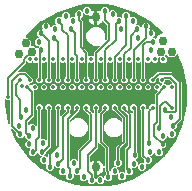
<source format=gbr>
G04 EAGLE Gerber RS-274X export*
G75*
%MOMM*%
%FSLAX34Y34*%
%LPD*%
%INCopper Layer 15*%
%IPPOS*%
%AMOC8*
5,1,8,0,0,1.08239X$1,22.5*%
G01*
%ADD10C,0.750000*%
%ADD11C,0.457200*%
%ADD12C,0.352400*%
%ADD13C,0.127000*%
%ADD14C,0.150000*%

G36*
X9688Y-77127D02*
X9688Y-77127D01*
X9751Y-77125D01*
X16855Y-75929D01*
X16894Y-75915D01*
X16951Y-75905D01*
X32140Y-70823D01*
X32183Y-70799D01*
X32260Y-70769D01*
X46072Y-62660D01*
X46109Y-62628D01*
X46178Y-62582D01*
X58017Y-51796D01*
X58048Y-51757D01*
X58105Y-51698D01*
X67463Y-38700D01*
X67484Y-38655D01*
X67528Y-38586D01*
X74000Y-23935D01*
X74012Y-23887D01*
X74040Y-23810D01*
X77348Y-8139D01*
X77348Y-8112D01*
X77354Y-8095D01*
X77353Y-8061D01*
X77361Y-8008D01*
X77361Y8008D01*
X77352Y8057D01*
X77348Y8139D01*
X74040Y23810D01*
X74022Y23856D01*
X74000Y23935D01*
X69372Y34410D01*
X69333Y34468D01*
X69302Y34531D01*
X69271Y34561D01*
X69247Y34596D01*
X69190Y34637D01*
X69139Y34685D01*
X69099Y34702D01*
X69064Y34727D01*
X68997Y34745D01*
X68932Y34773D01*
X68889Y34775D01*
X68848Y34786D01*
X68778Y34780D01*
X68708Y34783D01*
X68667Y34770D01*
X68625Y34766D01*
X68561Y34736D01*
X68494Y34714D01*
X68455Y34685D01*
X68422Y34669D01*
X68393Y34639D01*
X68344Y34603D01*
X65974Y32233D01*
X62026Y32233D01*
X59948Y34310D01*
X59914Y34334D01*
X59887Y34364D01*
X59866Y34374D01*
X59847Y34393D01*
X59803Y34411D01*
X59764Y34438D01*
X59719Y34450D01*
X59688Y34466D01*
X59666Y34469D01*
X59640Y34480D01*
X59593Y34483D01*
X59547Y34494D01*
X59518Y34491D01*
X59502Y34494D01*
X59498Y34494D01*
X59467Y34488D01*
X59416Y34490D01*
X59371Y34476D01*
X59324Y34471D01*
X59297Y34458D01*
X59277Y34454D01*
X59246Y34436D01*
X59202Y34422D01*
X59158Y34389D01*
X59123Y34372D01*
X59104Y34352D01*
X59084Y34340D01*
X59072Y34325D01*
X59052Y34310D01*
X58534Y33793D01*
X58496Y33739D01*
X58451Y33691D01*
X58433Y33647D01*
X58406Y33609D01*
X58389Y33545D01*
X58364Y33484D01*
X58362Y33437D01*
X58350Y33391D01*
X58357Y33326D01*
X58354Y33260D01*
X58368Y33215D01*
X58373Y33168D01*
X58402Y33109D01*
X58422Y33046D01*
X58455Y33002D01*
X58473Y32967D01*
X58501Y32940D01*
X58534Y32896D01*
X59779Y31651D01*
X59779Y29349D01*
X58151Y27721D01*
X55849Y27721D01*
X54221Y29349D01*
X54221Y31599D01*
X54210Y31664D01*
X54208Y31730D01*
X54190Y31773D01*
X54182Y31820D01*
X54148Y31877D01*
X54123Y31937D01*
X54092Y31972D01*
X54067Y32013D01*
X54016Y32055D01*
X53972Y32103D01*
X53930Y32125D01*
X53893Y32154D01*
X53831Y32175D01*
X53772Y32206D01*
X53718Y32214D01*
X53681Y32226D01*
X53641Y32225D01*
X53587Y32233D01*
X53413Y32233D01*
X53348Y32222D01*
X53282Y32220D01*
X53239Y32202D01*
X53192Y32194D01*
X53135Y32160D01*
X53075Y32135D01*
X53040Y32104D01*
X52999Y32079D01*
X52957Y32028D01*
X52909Y31984D01*
X52887Y31942D01*
X52858Y31905D01*
X52837Y31843D01*
X52806Y31784D01*
X52798Y31730D01*
X52786Y31693D01*
X52787Y31653D01*
X52779Y31599D01*
X52779Y29349D01*
X51151Y27721D01*
X48849Y27721D01*
X47449Y29122D01*
X47394Y29159D01*
X47347Y29205D01*
X47303Y29223D01*
X47264Y29250D01*
X47201Y29266D01*
X47140Y29292D01*
X47093Y29294D01*
X47047Y29306D01*
X46982Y29299D01*
X46916Y29302D01*
X46871Y29287D01*
X46824Y29283D01*
X46765Y29253D01*
X46702Y29233D01*
X46658Y29201D01*
X46623Y29183D01*
X46596Y29154D01*
X46552Y29122D01*
X45151Y27721D01*
X42849Y27721D01*
X42734Y27836D01*
X42661Y27887D01*
X42592Y27943D01*
X42570Y27950D01*
X42550Y27964D01*
X42464Y27986D01*
X42380Y28015D01*
X42356Y28014D01*
X42333Y28020D01*
X42244Y28011D01*
X42155Y28008D01*
X42134Y27999D01*
X42110Y27997D01*
X42030Y27957D01*
X41948Y27924D01*
X41930Y27908D01*
X41909Y27897D01*
X41848Y27833D01*
X41782Y27772D01*
X41771Y27751D01*
X41755Y27734D01*
X41720Y27652D01*
X41679Y27573D01*
X41676Y27547D01*
X41667Y27527D01*
X41665Y27477D01*
X41652Y27387D01*
X41652Y15541D01*
X41659Y15499D01*
X41657Y15457D01*
X41679Y15389D01*
X41691Y15320D01*
X41713Y15283D01*
X41726Y15243D01*
X41780Y15170D01*
X41806Y15127D01*
X41822Y15113D01*
X41838Y15092D01*
X42779Y14151D01*
X42779Y11849D01*
X41151Y10221D01*
X38849Y10221D01*
X37221Y11849D01*
X37221Y14151D01*
X38162Y15092D01*
X38187Y15127D01*
X38218Y15156D01*
X38250Y15219D01*
X38291Y15276D01*
X38301Y15318D01*
X38321Y15355D01*
X38334Y15445D01*
X38347Y15494D01*
X38344Y15514D01*
X38348Y15541D01*
X38348Y27387D01*
X38333Y27475D01*
X38323Y27564D01*
X38313Y27585D01*
X38309Y27608D01*
X38263Y27685D01*
X38224Y27765D01*
X38207Y27781D01*
X38194Y27801D01*
X38125Y27857D01*
X38061Y27919D01*
X38039Y27928D01*
X38020Y27943D01*
X37936Y27971D01*
X37854Y28006D01*
X37830Y28007D01*
X37808Y28015D01*
X37719Y28012D01*
X37630Y28016D01*
X37607Y28009D01*
X37583Y28008D01*
X37501Y27975D01*
X37416Y27947D01*
X37395Y27932D01*
X37376Y27924D01*
X37338Y27890D01*
X37266Y27836D01*
X37151Y27721D01*
X34849Y27721D01*
X34734Y27836D01*
X34661Y27887D01*
X34592Y27943D01*
X34570Y27950D01*
X34550Y27964D01*
X34464Y27986D01*
X34380Y28015D01*
X34356Y28014D01*
X34333Y28020D01*
X34244Y28011D01*
X34155Y28008D01*
X34134Y27999D01*
X34110Y27997D01*
X34030Y27957D01*
X33948Y27924D01*
X33930Y27908D01*
X33909Y27897D01*
X33848Y27833D01*
X33782Y27772D01*
X33771Y27751D01*
X33755Y27734D01*
X33720Y27652D01*
X33679Y27573D01*
X33676Y27547D01*
X33667Y27527D01*
X33665Y27477D01*
X33652Y27387D01*
X33652Y15541D01*
X33659Y15499D01*
X33657Y15457D01*
X33679Y15389D01*
X33691Y15320D01*
X33713Y15283D01*
X33726Y15243D01*
X33780Y15170D01*
X33806Y15127D01*
X33822Y15113D01*
X33838Y15092D01*
X34779Y14151D01*
X34779Y11849D01*
X33151Y10221D01*
X30849Y10221D01*
X29221Y11849D01*
X29221Y14151D01*
X30162Y15092D01*
X30187Y15127D01*
X30218Y15156D01*
X30250Y15219D01*
X30291Y15276D01*
X30301Y15318D01*
X30321Y15355D01*
X30334Y15445D01*
X30347Y15494D01*
X30344Y15514D01*
X30348Y15541D01*
X30348Y27387D01*
X30333Y27475D01*
X30323Y27564D01*
X30313Y27585D01*
X30309Y27608D01*
X30263Y27685D01*
X30224Y27765D01*
X30207Y27781D01*
X30194Y27801D01*
X30125Y27857D01*
X30061Y27919D01*
X30039Y27928D01*
X30020Y27943D01*
X29936Y27971D01*
X29854Y28006D01*
X29830Y28007D01*
X29808Y28015D01*
X29719Y28012D01*
X29630Y28016D01*
X29607Y28009D01*
X29583Y28008D01*
X29501Y27975D01*
X29416Y27947D01*
X29395Y27932D01*
X29376Y27924D01*
X29338Y27890D01*
X29266Y27836D01*
X29151Y27721D01*
X26849Y27721D01*
X26734Y27836D01*
X26661Y27887D01*
X26592Y27943D01*
X26570Y27950D01*
X26550Y27964D01*
X26464Y27986D01*
X26380Y28015D01*
X26356Y28014D01*
X26333Y28020D01*
X26244Y28011D01*
X26155Y28008D01*
X26134Y27999D01*
X26110Y27997D01*
X26030Y27957D01*
X25948Y27924D01*
X25930Y27908D01*
X25909Y27897D01*
X25848Y27833D01*
X25782Y27772D01*
X25771Y27751D01*
X25755Y27734D01*
X25720Y27652D01*
X25679Y27573D01*
X25676Y27547D01*
X25667Y27527D01*
X25665Y27477D01*
X25652Y27387D01*
X25652Y15541D01*
X25659Y15499D01*
X25657Y15457D01*
X25679Y15389D01*
X25691Y15320D01*
X25713Y15283D01*
X25726Y15243D01*
X25780Y15170D01*
X25806Y15127D01*
X25822Y15113D01*
X25838Y15092D01*
X26779Y14151D01*
X26779Y11849D01*
X25151Y10221D01*
X22849Y10221D01*
X21221Y11849D01*
X21221Y14151D01*
X22162Y15092D01*
X22187Y15127D01*
X22218Y15156D01*
X22250Y15219D01*
X22291Y15276D01*
X22301Y15318D01*
X22321Y15355D01*
X22334Y15445D01*
X22347Y15494D01*
X22344Y15514D01*
X22348Y15541D01*
X22348Y27387D01*
X22333Y27475D01*
X22323Y27564D01*
X22313Y27585D01*
X22309Y27608D01*
X22263Y27685D01*
X22224Y27765D01*
X22207Y27781D01*
X22194Y27801D01*
X22125Y27857D01*
X22061Y27919D01*
X22039Y27928D01*
X22020Y27943D01*
X21936Y27971D01*
X21854Y28006D01*
X21830Y28007D01*
X21808Y28015D01*
X21719Y28012D01*
X21630Y28016D01*
X21607Y28009D01*
X21583Y28008D01*
X21501Y27975D01*
X21416Y27947D01*
X21395Y27932D01*
X21376Y27924D01*
X21338Y27890D01*
X21266Y27836D01*
X21151Y27721D01*
X18849Y27721D01*
X18734Y27836D01*
X18661Y27887D01*
X18592Y27943D01*
X18570Y27950D01*
X18550Y27964D01*
X18464Y27986D01*
X18380Y28015D01*
X18356Y28014D01*
X18333Y28020D01*
X18244Y28011D01*
X18155Y28008D01*
X18134Y27999D01*
X18110Y27997D01*
X18030Y27957D01*
X17948Y27924D01*
X17930Y27908D01*
X17909Y27897D01*
X17848Y27833D01*
X17782Y27772D01*
X17771Y27751D01*
X17755Y27734D01*
X17720Y27652D01*
X17679Y27573D01*
X17676Y27547D01*
X17667Y27527D01*
X17665Y27477D01*
X17652Y27387D01*
X17652Y15541D01*
X17659Y15499D01*
X17657Y15457D01*
X17679Y15389D01*
X17691Y15320D01*
X17713Y15283D01*
X17726Y15243D01*
X17780Y15170D01*
X17806Y15127D01*
X17822Y15113D01*
X17838Y15092D01*
X18779Y14151D01*
X18779Y11849D01*
X17151Y10221D01*
X14849Y10221D01*
X13221Y11849D01*
X13221Y14151D01*
X14162Y15092D01*
X14187Y15127D01*
X14218Y15156D01*
X14250Y15219D01*
X14291Y15276D01*
X14301Y15318D01*
X14321Y15355D01*
X14334Y15445D01*
X14347Y15494D01*
X14344Y15514D01*
X14348Y15541D01*
X14348Y27387D01*
X14333Y27475D01*
X14323Y27564D01*
X14313Y27585D01*
X14309Y27608D01*
X14263Y27685D01*
X14224Y27765D01*
X14207Y27781D01*
X14194Y27801D01*
X14125Y27857D01*
X14061Y27919D01*
X14039Y27928D01*
X14020Y27943D01*
X13936Y27971D01*
X13854Y28006D01*
X13830Y28007D01*
X13808Y28015D01*
X13719Y28012D01*
X13630Y28016D01*
X13607Y28009D01*
X13583Y28008D01*
X13501Y27975D01*
X13416Y27947D01*
X13395Y27932D01*
X13376Y27924D01*
X13338Y27890D01*
X13266Y27836D01*
X13151Y27721D01*
X10849Y27721D01*
X10734Y27836D01*
X10661Y27887D01*
X10592Y27943D01*
X10570Y27950D01*
X10550Y27964D01*
X10464Y27986D01*
X10380Y28015D01*
X10356Y28014D01*
X10333Y28020D01*
X10244Y28011D01*
X10155Y28008D01*
X10134Y27999D01*
X10110Y27997D01*
X10030Y27957D01*
X9948Y27924D01*
X9930Y27908D01*
X9909Y27897D01*
X9848Y27833D01*
X9782Y27772D01*
X9771Y27751D01*
X9755Y27734D01*
X9720Y27652D01*
X9679Y27573D01*
X9676Y27547D01*
X9667Y27527D01*
X9665Y27477D01*
X9652Y27387D01*
X9652Y15541D01*
X9659Y15499D01*
X9657Y15457D01*
X9679Y15389D01*
X9691Y15320D01*
X9713Y15283D01*
X9726Y15243D01*
X9780Y15170D01*
X9806Y15127D01*
X9822Y15113D01*
X9838Y15092D01*
X10779Y14151D01*
X10779Y11849D01*
X9151Y10221D01*
X6849Y10221D01*
X5221Y11849D01*
X5221Y14151D01*
X6162Y15092D01*
X6187Y15127D01*
X6218Y15156D01*
X6250Y15219D01*
X6291Y15276D01*
X6301Y15318D01*
X6321Y15355D01*
X6334Y15445D01*
X6347Y15494D01*
X6344Y15514D01*
X6348Y15541D01*
X6348Y27387D01*
X6333Y27475D01*
X6323Y27564D01*
X6313Y27585D01*
X6309Y27608D01*
X6263Y27685D01*
X6224Y27765D01*
X6207Y27781D01*
X6194Y27801D01*
X6125Y27857D01*
X6061Y27919D01*
X6039Y27928D01*
X6020Y27943D01*
X5936Y27971D01*
X5854Y28006D01*
X5830Y28007D01*
X5808Y28015D01*
X5719Y28012D01*
X5630Y28016D01*
X5607Y28009D01*
X5583Y28008D01*
X5501Y27975D01*
X5416Y27947D01*
X5395Y27932D01*
X5376Y27924D01*
X5338Y27890D01*
X5266Y27836D01*
X5151Y27721D01*
X2849Y27721D01*
X2734Y27836D01*
X2661Y27887D01*
X2592Y27943D01*
X2570Y27950D01*
X2550Y27964D01*
X2464Y27986D01*
X2380Y28015D01*
X2356Y28014D01*
X2333Y28020D01*
X2244Y28011D01*
X2155Y28008D01*
X2134Y27999D01*
X2110Y27997D01*
X2030Y27957D01*
X1948Y27924D01*
X1930Y27908D01*
X1909Y27897D01*
X1848Y27833D01*
X1782Y27772D01*
X1771Y27751D01*
X1755Y27734D01*
X1720Y27652D01*
X1679Y27573D01*
X1676Y27547D01*
X1667Y27527D01*
X1665Y27477D01*
X1652Y27387D01*
X1652Y15541D01*
X1659Y15499D01*
X1657Y15457D01*
X1679Y15389D01*
X1691Y15320D01*
X1713Y15283D01*
X1726Y15243D01*
X1780Y15170D01*
X1806Y15127D01*
X1822Y15113D01*
X1838Y15092D01*
X2779Y14151D01*
X2779Y11849D01*
X1151Y10221D01*
X-1151Y10221D01*
X-2779Y11849D01*
X-2779Y14151D01*
X-1838Y15092D01*
X-1813Y15127D01*
X-1782Y15156D01*
X-1750Y15219D01*
X-1709Y15276D01*
X-1699Y15318D01*
X-1679Y15355D01*
X-1666Y15445D01*
X-1653Y15494D01*
X-1656Y15514D01*
X-1652Y15541D01*
X-1652Y27387D01*
X-1667Y27475D01*
X-1677Y27564D01*
X-1687Y27585D01*
X-1691Y27608D01*
X-1737Y27685D01*
X-1776Y27765D01*
X-1793Y27781D01*
X-1806Y27801D01*
X-1875Y27857D01*
X-1939Y27919D01*
X-1961Y27928D01*
X-1980Y27943D01*
X-2064Y27971D01*
X-2146Y28006D01*
X-2170Y28007D01*
X-2192Y28015D01*
X-2281Y28012D01*
X-2370Y28016D01*
X-2393Y28009D01*
X-2417Y28008D01*
X-2499Y27975D01*
X-2584Y27947D01*
X-2605Y27932D01*
X-2624Y27924D01*
X-2662Y27890D01*
X-2734Y27836D01*
X-2849Y27721D01*
X-5151Y27721D01*
X-5266Y27836D01*
X-5339Y27887D01*
X-5408Y27943D01*
X-5430Y27950D01*
X-5450Y27964D01*
X-5536Y27986D01*
X-5620Y28015D01*
X-5644Y28014D01*
X-5667Y28020D01*
X-5756Y28011D01*
X-5845Y28008D01*
X-5866Y27999D01*
X-5890Y27997D01*
X-5970Y27957D01*
X-6052Y27924D01*
X-6070Y27908D01*
X-6091Y27897D01*
X-6152Y27833D01*
X-6218Y27772D01*
X-6229Y27751D01*
X-6245Y27734D01*
X-6280Y27652D01*
X-6321Y27573D01*
X-6324Y27547D01*
X-6333Y27527D01*
X-6335Y27477D01*
X-6348Y27387D01*
X-6348Y15541D01*
X-6341Y15499D01*
X-6343Y15457D01*
X-6321Y15389D01*
X-6309Y15320D01*
X-6287Y15283D01*
X-6274Y15243D01*
X-6220Y15170D01*
X-6194Y15127D01*
X-6178Y15113D01*
X-6162Y15092D01*
X-5221Y14151D01*
X-5221Y11849D01*
X-6849Y10221D01*
X-9151Y10221D01*
X-10779Y11849D01*
X-10779Y14151D01*
X-9838Y15092D01*
X-9813Y15127D01*
X-9782Y15156D01*
X-9750Y15219D01*
X-9709Y15276D01*
X-9699Y15318D01*
X-9679Y15355D01*
X-9666Y15445D01*
X-9653Y15494D01*
X-9656Y15514D01*
X-9652Y15541D01*
X-9652Y27387D01*
X-9667Y27475D01*
X-9677Y27564D01*
X-9687Y27585D01*
X-9691Y27608D01*
X-9737Y27685D01*
X-9776Y27765D01*
X-9793Y27781D01*
X-9806Y27801D01*
X-9875Y27857D01*
X-9939Y27919D01*
X-9961Y27928D01*
X-9980Y27943D01*
X-10064Y27971D01*
X-10146Y28006D01*
X-10170Y28007D01*
X-10192Y28015D01*
X-10281Y28012D01*
X-10370Y28016D01*
X-10393Y28009D01*
X-10417Y28008D01*
X-10499Y27975D01*
X-10584Y27947D01*
X-10605Y27932D01*
X-10624Y27924D01*
X-10662Y27890D01*
X-10734Y27836D01*
X-10849Y27721D01*
X-13151Y27721D01*
X-13266Y27836D01*
X-13339Y27887D01*
X-13408Y27943D01*
X-13430Y27950D01*
X-13450Y27964D01*
X-13536Y27986D01*
X-13620Y28015D01*
X-13644Y28014D01*
X-13667Y28020D01*
X-13756Y28011D01*
X-13845Y28008D01*
X-13866Y27999D01*
X-13890Y27997D01*
X-13970Y27957D01*
X-14052Y27924D01*
X-14070Y27908D01*
X-14091Y27897D01*
X-14152Y27833D01*
X-14218Y27772D01*
X-14229Y27751D01*
X-14245Y27734D01*
X-14280Y27652D01*
X-14321Y27573D01*
X-14324Y27547D01*
X-14333Y27527D01*
X-14335Y27477D01*
X-14348Y27387D01*
X-14348Y15541D01*
X-14341Y15499D01*
X-14343Y15457D01*
X-14321Y15389D01*
X-14309Y15320D01*
X-14287Y15283D01*
X-14274Y15243D01*
X-14220Y15170D01*
X-14194Y15127D01*
X-14178Y15113D01*
X-14162Y15092D01*
X-13221Y14151D01*
X-13221Y11849D01*
X-14849Y10221D01*
X-17151Y10221D01*
X-18779Y11849D01*
X-18779Y14151D01*
X-17838Y15092D01*
X-17813Y15127D01*
X-17782Y15156D01*
X-17750Y15219D01*
X-17709Y15276D01*
X-17699Y15318D01*
X-17679Y15355D01*
X-17666Y15445D01*
X-17653Y15494D01*
X-17656Y15514D01*
X-17652Y15541D01*
X-17652Y27387D01*
X-17667Y27475D01*
X-17677Y27564D01*
X-17687Y27585D01*
X-17691Y27608D01*
X-17737Y27685D01*
X-17776Y27765D01*
X-17793Y27781D01*
X-17806Y27801D01*
X-17875Y27857D01*
X-17939Y27919D01*
X-17961Y27928D01*
X-17980Y27943D01*
X-18064Y27971D01*
X-18146Y28006D01*
X-18170Y28007D01*
X-18192Y28015D01*
X-18281Y28012D01*
X-18370Y28016D01*
X-18393Y28009D01*
X-18417Y28008D01*
X-18499Y27975D01*
X-18584Y27947D01*
X-18605Y27932D01*
X-18624Y27924D01*
X-18662Y27890D01*
X-18734Y27836D01*
X-18849Y27721D01*
X-21151Y27721D01*
X-21266Y27836D01*
X-21339Y27887D01*
X-21408Y27943D01*
X-21430Y27950D01*
X-21450Y27964D01*
X-21536Y27986D01*
X-21620Y28015D01*
X-21644Y28014D01*
X-21667Y28020D01*
X-21756Y28011D01*
X-21845Y28008D01*
X-21866Y27999D01*
X-21890Y27997D01*
X-21970Y27957D01*
X-22052Y27924D01*
X-22070Y27908D01*
X-22091Y27897D01*
X-22152Y27833D01*
X-22218Y27772D01*
X-22229Y27751D01*
X-22245Y27734D01*
X-22280Y27652D01*
X-22321Y27573D01*
X-22324Y27547D01*
X-22333Y27527D01*
X-22335Y27477D01*
X-22348Y27387D01*
X-22348Y15541D01*
X-22341Y15499D01*
X-22343Y15457D01*
X-22321Y15389D01*
X-22309Y15320D01*
X-22287Y15283D01*
X-22274Y15243D01*
X-22220Y15170D01*
X-22194Y15127D01*
X-22178Y15113D01*
X-22162Y15092D01*
X-21221Y14151D01*
X-21221Y11849D01*
X-22849Y10221D01*
X-25151Y10221D01*
X-26779Y11849D01*
X-26779Y14151D01*
X-25838Y15092D01*
X-25813Y15127D01*
X-25782Y15156D01*
X-25750Y15219D01*
X-25709Y15276D01*
X-25699Y15318D01*
X-25679Y15355D01*
X-25666Y15445D01*
X-25653Y15494D01*
X-25656Y15514D01*
X-25652Y15541D01*
X-25652Y27387D01*
X-25667Y27475D01*
X-25677Y27564D01*
X-25687Y27585D01*
X-25691Y27608D01*
X-25737Y27685D01*
X-25776Y27765D01*
X-25793Y27781D01*
X-25806Y27801D01*
X-25875Y27857D01*
X-25939Y27919D01*
X-25961Y27928D01*
X-25980Y27943D01*
X-26064Y27971D01*
X-26146Y28006D01*
X-26170Y28007D01*
X-26192Y28015D01*
X-26281Y28012D01*
X-26370Y28016D01*
X-26393Y28009D01*
X-26417Y28008D01*
X-26499Y27975D01*
X-26584Y27947D01*
X-26605Y27932D01*
X-26624Y27924D01*
X-26662Y27890D01*
X-26734Y27836D01*
X-26849Y27721D01*
X-29151Y27721D01*
X-29266Y27836D01*
X-29339Y27887D01*
X-29408Y27943D01*
X-29430Y27950D01*
X-29450Y27964D01*
X-29536Y27986D01*
X-29620Y28015D01*
X-29644Y28014D01*
X-29667Y28020D01*
X-29756Y28011D01*
X-29845Y28008D01*
X-29866Y27999D01*
X-29890Y27997D01*
X-29970Y27957D01*
X-30052Y27924D01*
X-30070Y27908D01*
X-30091Y27897D01*
X-30152Y27833D01*
X-30218Y27772D01*
X-30229Y27751D01*
X-30245Y27734D01*
X-30280Y27652D01*
X-30321Y27573D01*
X-30324Y27547D01*
X-30333Y27527D01*
X-30335Y27477D01*
X-30348Y27387D01*
X-30348Y15541D01*
X-30341Y15499D01*
X-30343Y15457D01*
X-30321Y15389D01*
X-30309Y15320D01*
X-30287Y15283D01*
X-30274Y15243D01*
X-30220Y15170D01*
X-30194Y15127D01*
X-30178Y15113D01*
X-30162Y15092D01*
X-29221Y14151D01*
X-29221Y11849D01*
X-30849Y10221D01*
X-33151Y10221D01*
X-34779Y11849D01*
X-34779Y14151D01*
X-33838Y15092D01*
X-33813Y15127D01*
X-33782Y15156D01*
X-33750Y15219D01*
X-33709Y15276D01*
X-33699Y15318D01*
X-33679Y15355D01*
X-33666Y15445D01*
X-33653Y15494D01*
X-33656Y15514D01*
X-33652Y15541D01*
X-33652Y27387D01*
X-33667Y27475D01*
X-33677Y27564D01*
X-33687Y27585D01*
X-33691Y27608D01*
X-33737Y27685D01*
X-33776Y27765D01*
X-33793Y27781D01*
X-33806Y27801D01*
X-33875Y27857D01*
X-33939Y27919D01*
X-33961Y27928D01*
X-33980Y27943D01*
X-34064Y27971D01*
X-34146Y28006D01*
X-34170Y28007D01*
X-34192Y28015D01*
X-34281Y28012D01*
X-34370Y28016D01*
X-34393Y28009D01*
X-34417Y28008D01*
X-34499Y27975D01*
X-34584Y27947D01*
X-34605Y27932D01*
X-34624Y27924D01*
X-34662Y27890D01*
X-34734Y27836D01*
X-34849Y27721D01*
X-37151Y27721D01*
X-37266Y27836D01*
X-37339Y27887D01*
X-37408Y27943D01*
X-37430Y27950D01*
X-37450Y27964D01*
X-37536Y27986D01*
X-37620Y28015D01*
X-37644Y28014D01*
X-37667Y28020D01*
X-37756Y28011D01*
X-37845Y28008D01*
X-37866Y27999D01*
X-37890Y27997D01*
X-37970Y27957D01*
X-38052Y27924D01*
X-38070Y27908D01*
X-38091Y27897D01*
X-38152Y27833D01*
X-38218Y27772D01*
X-38229Y27751D01*
X-38245Y27734D01*
X-38280Y27652D01*
X-38321Y27573D01*
X-38324Y27547D01*
X-38333Y27527D01*
X-38335Y27477D01*
X-38348Y27387D01*
X-38348Y15541D01*
X-38341Y15499D01*
X-38343Y15457D01*
X-38321Y15389D01*
X-38309Y15320D01*
X-38287Y15283D01*
X-38274Y15243D01*
X-38220Y15170D01*
X-38194Y15127D01*
X-38178Y15113D01*
X-38162Y15092D01*
X-37221Y14151D01*
X-37221Y11849D01*
X-38849Y10221D01*
X-41151Y10221D01*
X-42779Y11849D01*
X-42779Y14151D01*
X-41838Y15092D01*
X-41813Y15127D01*
X-41782Y15156D01*
X-41750Y15219D01*
X-41709Y15276D01*
X-41699Y15318D01*
X-41679Y15355D01*
X-41666Y15445D01*
X-41653Y15494D01*
X-41656Y15514D01*
X-41652Y15541D01*
X-41652Y27387D01*
X-41667Y27475D01*
X-41677Y27564D01*
X-41687Y27585D01*
X-41691Y27608D01*
X-41737Y27685D01*
X-41776Y27765D01*
X-41793Y27781D01*
X-41806Y27801D01*
X-41875Y27857D01*
X-41939Y27919D01*
X-41961Y27928D01*
X-41980Y27943D01*
X-42064Y27971D01*
X-42146Y28006D01*
X-42170Y28007D01*
X-42192Y28015D01*
X-42281Y28012D01*
X-42370Y28016D01*
X-42393Y28009D01*
X-42417Y28008D01*
X-42499Y27975D01*
X-42584Y27947D01*
X-42605Y27932D01*
X-42624Y27924D01*
X-42662Y27890D01*
X-42734Y27836D01*
X-42849Y27721D01*
X-45269Y27721D01*
X-45334Y27710D01*
X-45400Y27708D01*
X-45444Y27690D01*
X-45490Y27682D01*
X-45547Y27648D01*
X-45608Y27623D01*
X-45643Y27592D01*
X-45683Y27567D01*
X-45725Y27516D01*
X-45773Y27472D01*
X-45795Y27430D01*
X-45825Y27393D01*
X-45846Y27331D01*
X-45876Y27272D01*
X-45884Y27218D01*
X-45897Y27181D01*
X-45895Y27141D01*
X-45904Y27087D01*
X-45904Y15096D01*
X-45896Y15054D01*
X-45898Y15012D01*
X-45876Y14945D01*
X-45864Y14875D01*
X-45842Y14839D01*
X-45829Y14798D01*
X-45775Y14725D01*
X-45750Y14682D01*
X-45734Y14669D01*
X-45718Y14648D01*
X-45221Y14151D01*
X-45221Y11849D01*
X-46849Y10221D01*
X-49151Y10221D01*
X-50779Y11849D01*
X-50779Y14151D01*
X-49393Y15537D01*
X-49369Y15572D01*
X-49337Y15600D01*
X-49305Y15663D01*
X-49265Y15721D01*
X-49254Y15762D01*
X-49235Y15800D01*
X-49221Y15890D01*
X-49209Y15938D01*
X-49211Y15959D01*
X-49207Y15985D01*
X-49207Y27087D01*
X-49219Y27152D01*
X-49221Y27218D01*
X-49238Y27261D01*
X-49247Y27308D01*
X-49280Y27365D01*
X-49305Y27425D01*
X-49337Y27460D01*
X-49361Y27501D01*
X-49412Y27543D01*
X-49456Y27591D01*
X-49498Y27613D01*
X-49535Y27642D01*
X-49597Y27663D01*
X-49656Y27694D01*
X-49710Y27702D01*
X-49748Y27714D01*
X-49787Y27713D01*
X-49841Y27721D01*
X-52151Y27721D01*
X-53051Y28622D01*
X-53081Y28642D01*
X-53093Y28655D01*
X-53111Y28665D01*
X-53153Y28705D01*
X-53197Y28723D01*
X-53236Y28750D01*
X-53299Y28766D01*
X-53360Y28792D01*
X-53407Y28794D01*
X-53453Y28806D01*
X-53518Y28799D01*
X-53584Y28802D01*
X-53629Y28787D01*
X-53676Y28783D01*
X-53735Y28753D01*
X-53798Y28733D01*
X-53842Y28701D01*
X-53877Y28683D01*
X-53904Y28654D01*
X-53931Y28635D01*
X-53936Y28632D01*
X-53938Y28630D01*
X-53948Y28622D01*
X-54849Y27721D01*
X-57151Y27721D01*
X-58151Y28721D01*
X-58224Y28772D01*
X-58293Y28828D01*
X-58315Y28835D01*
X-58335Y28849D01*
X-58421Y28871D01*
X-58505Y28900D01*
X-58529Y28899D01*
X-58552Y28905D01*
X-58641Y28896D01*
X-58730Y28893D01*
X-58752Y28884D01*
X-58775Y28882D01*
X-58855Y28842D01*
X-58937Y28809D01*
X-58955Y28793D01*
X-58976Y28782D01*
X-59037Y28717D01*
X-59103Y28657D01*
X-59114Y28636D01*
X-59130Y28619D01*
X-59165Y28537D01*
X-59206Y28458D01*
X-59209Y28432D01*
X-59218Y28412D01*
X-59220Y28362D01*
X-59233Y28272D01*
X-59233Y27268D01*
X-60454Y26048D01*
X-60454Y26047D01*
X-65767Y20734D01*
X-65818Y20661D01*
X-65874Y20592D01*
X-65882Y20570D01*
X-65895Y20550D01*
X-65917Y20464D01*
X-65946Y20380D01*
X-65945Y20356D01*
X-65951Y20333D01*
X-65942Y20244D01*
X-65939Y20155D01*
X-65930Y20133D01*
X-65928Y20110D01*
X-65888Y20030D01*
X-65855Y19948D01*
X-65839Y19930D01*
X-65828Y19909D01*
X-65764Y19848D01*
X-65704Y19782D01*
X-65682Y19771D01*
X-65665Y19755D01*
X-65583Y19720D01*
X-65504Y19679D01*
X-65478Y19676D01*
X-65458Y19667D01*
X-65408Y19665D01*
X-65319Y19652D01*
X-59316Y19652D01*
X-55629Y15965D01*
X-55594Y15940D01*
X-55565Y15909D01*
X-55502Y15877D01*
X-55444Y15836D01*
X-55403Y15826D01*
X-55365Y15806D01*
X-55276Y15793D01*
X-55227Y15780D01*
X-55206Y15783D01*
X-55180Y15779D01*
X-54849Y15779D01*
X-53221Y14151D01*
X-53221Y11849D01*
X-54849Y10221D01*
X-55760Y10221D01*
X-55848Y10205D01*
X-55937Y10196D01*
X-55958Y10186D01*
X-55981Y10182D01*
X-56058Y10136D01*
X-56138Y10097D01*
X-56154Y10080D01*
X-56174Y10067D01*
X-56230Y9998D01*
X-56292Y9934D01*
X-56301Y9912D01*
X-56316Y9893D01*
X-56344Y9809D01*
X-56379Y9727D01*
X-56380Y9703D01*
X-56388Y9681D01*
X-56385Y9592D01*
X-56389Y9503D01*
X-56382Y9480D01*
X-56381Y9456D01*
X-56348Y9374D01*
X-56320Y9289D01*
X-56305Y9268D01*
X-56297Y9249D01*
X-56263Y9211D01*
X-56209Y9139D01*
X-55448Y8378D01*
X-55395Y8341D01*
X-55347Y8295D01*
X-55303Y8277D01*
X-55264Y8250D01*
X-55201Y8234D01*
X-55140Y8208D01*
X-55093Y8206D01*
X-55047Y8194D01*
X-54982Y8201D01*
X-54916Y8198D01*
X-54871Y8213D01*
X-54824Y8217D01*
X-54765Y8247D01*
X-54702Y8267D01*
X-54658Y8299D01*
X-54623Y8317D01*
X-54596Y8346D01*
X-54552Y8378D01*
X-53151Y9779D01*
X-50849Y9779D01*
X-49221Y8151D01*
X-49221Y5849D01*
X-50849Y4221D01*
X-51714Y4221D01*
X-51779Y4210D01*
X-51845Y4208D01*
X-51888Y4190D01*
X-51935Y4182D01*
X-51992Y4148D01*
X-52052Y4123D01*
X-52087Y4092D01*
X-52128Y4067D01*
X-52170Y4016D01*
X-52218Y3972D01*
X-52240Y3930D01*
X-52269Y3893D01*
X-52290Y3831D01*
X-52321Y3772D01*
X-52329Y3718D01*
X-52341Y3681D01*
X-52340Y3641D01*
X-52348Y3587D01*
X-52348Y-17684D01*
X-57162Y-22498D01*
X-57187Y-22533D01*
X-57218Y-22562D01*
X-57250Y-22625D01*
X-57291Y-22683D01*
X-57301Y-22724D01*
X-57321Y-22762D01*
X-57334Y-22851D01*
X-57347Y-22900D01*
X-57344Y-22921D01*
X-57348Y-22947D01*
X-57348Y-24974D01*
X-57333Y-25062D01*
X-57323Y-25151D01*
X-57313Y-25172D01*
X-57309Y-25195D01*
X-57263Y-25272D01*
X-57224Y-25352D01*
X-57207Y-25368D01*
X-57194Y-25388D01*
X-57125Y-25445D01*
X-57061Y-25506D01*
X-57039Y-25515D01*
X-57020Y-25530D01*
X-56936Y-25558D01*
X-56854Y-25593D01*
X-56830Y-25594D01*
X-56808Y-25602D01*
X-56719Y-25599D01*
X-56630Y-25603D01*
X-56607Y-25596D01*
X-56583Y-25595D01*
X-56501Y-25562D01*
X-56416Y-25534D01*
X-56395Y-25519D01*
X-56376Y-25511D01*
X-56338Y-25477D01*
X-56266Y-25423D01*
X-54974Y-24131D01*
X-52238Y-24131D01*
X-50734Y-25635D01*
X-50661Y-25686D01*
X-50592Y-25742D01*
X-50570Y-25749D01*
X-50550Y-25763D01*
X-50464Y-25785D01*
X-50380Y-25814D01*
X-50356Y-25813D01*
X-50333Y-25819D01*
X-50244Y-25810D01*
X-50155Y-25807D01*
X-50133Y-25798D01*
X-50110Y-25796D01*
X-50030Y-25756D01*
X-49948Y-25723D01*
X-49930Y-25707D01*
X-49909Y-25696D01*
X-49848Y-25631D01*
X-49782Y-25571D01*
X-49771Y-25550D01*
X-49755Y-25533D01*
X-49720Y-25451D01*
X-49679Y-25372D01*
X-49676Y-25346D01*
X-49667Y-25326D01*
X-49665Y-25276D01*
X-49652Y-25186D01*
X-49652Y-13041D01*
X-49659Y-12999D01*
X-49657Y-12957D01*
X-49679Y-12889D01*
X-49691Y-12820D01*
X-49713Y-12783D01*
X-49726Y-12743D01*
X-49780Y-12670D01*
X-49806Y-12627D01*
X-49822Y-12613D01*
X-49838Y-12592D01*
X-50779Y-11651D01*
X-50779Y-9349D01*
X-49151Y-7721D01*
X-46849Y-7721D01*
X-45221Y-9349D01*
X-45221Y-11651D01*
X-46162Y-12592D01*
X-46187Y-12627D01*
X-46218Y-12656D01*
X-46250Y-12719D01*
X-46291Y-12776D01*
X-46301Y-12818D01*
X-46321Y-12855D01*
X-46334Y-12945D01*
X-46347Y-12994D01*
X-46344Y-13014D01*
X-46348Y-13041D01*
X-46348Y-35684D01*
X-46652Y-35988D01*
X-46703Y-36061D01*
X-46759Y-36130D01*
X-46767Y-36153D01*
X-46780Y-36172D01*
X-46803Y-36259D01*
X-46831Y-36343D01*
X-46830Y-36367D01*
X-46836Y-36390D01*
X-46827Y-36478D01*
X-46824Y-36567D01*
X-46816Y-36589D01*
X-46813Y-36613D01*
X-46773Y-36693D01*
X-46740Y-36775D01*
X-46724Y-36793D01*
X-46714Y-36814D01*
X-46649Y-36875D01*
X-46589Y-36941D01*
X-46568Y-36952D01*
X-46550Y-36968D01*
X-46468Y-37003D01*
X-46389Y-37043D01*
X-46363Y-37047D01*
X-46344Y-37055D01*
X-46293Y-37058D01*
X-46204Y-37071D01*
X-43311Y-37071D01*
X-42734Y-37647D01*
X-42705Y-37668D01*
X-42693Y-37681D01*
X-42668Y-37693D01*
X-42661Y-37698D01*
X-42592Y-37754D01*
X-42570Y-37762D01*
X-42550Y-37775D01*
X-42464Y-37798D01*
X-42380Y-37826D01*
X-42356Y-37825D01*
X-42333Y-37831D01*
X-42244Y-37822D01*
X-42155Y-37820D01*
X-42133Y-37811D01*
X-42110Y-37808D01*
X-42030Y-37769D01*
X-41948Y-37735D01*
X-41930Y-37719D01*
X-41909Y-37709D01*
X-41848Y-37644D01*
X-41782Y-37584D01*
X-41771Y-37563D01*
X-41755Y-37545D01*
X-41720Y-37463D01*
X-41679Y-37384D01*
X-41676Y-37358D01*
X-41667Y-37339D01*
X-41665Y-37289D01*
X-41659Y-37270D01*
X-41659Y-37250D01*
X-41652Y-37199D01*
X-41652Y-13041D01*
X-41659Y-12999D01*
X-41657Y-12957D01*
X-41679Y-12889D01*
X-41691Y-12820D01*
X-41713Y-12783D01*
X-41726Y-12743D01*
X-41780Y-12670D01*
X-41806Y-12627D01*
X-41822Y-12613D01*
X-41838Y-12592D01*
X-42779Y-11651D01*
X-42779Y-9349D01*
X-41151Y-7721D01*
X-38849Y-7721D01*
X-37221Y-9349D01*
X-37221Y-11651D01*
X-38162Y-12592D01*
X-38187Y-12627D01*
X-38218Y-12656D01*
X-38250Y-12719D01*
X-38291Y-12776D01*
X-38301Y-12818D01*
X-38321Y-12855D01*
X-38334Y-12945D01*
X-38347Y-12994D01*
X-38344Y-13014D01*
X-38348Y-13041D01*
X-38348Y-43684D01*
X-42421Y-47757D01*
X-42446Y-47792D01*
X-42477Y-47821D01*
X-42509Y-47884D01*
X-42549Y-47942D01*
X-42560Y-47983D01*
X-42579Y-48020D01*
X-42593Y-48110D01*
X-42605Y-48159D01*
X-42603Y-48180D01*
X-42607Y-48206D01*
X-42607Y-49039D01*
X-43952Y-50384D01*
X-44003Y-50457D01*
X-44059Y-50526D01*
X-44067Y-50549D01*
X-44081Y-50568D01*
X-44103Y-50654D01*
X-44131Y-50739D01*
X-44131Y-50762D01*
X-44136Y-50785D01*
X-44127Y-50874D01*
X-44125Y-50963D01*
X-44116Y-50985D01*
X-44113Y-51008D01*
X-44074Y-51088D01*
X-44040Y-51171D01*
X-44024Y-51188D01*
X-44014Y-51210D01*
X-43949Y-51271D01*
X-43889Y-51336D01*
X-43868Y-51347D01*
X-43851Y-51364D01*
X-43769Y-51398D01*
X-43689Y-51439D01*
X-43663Y-51443D01*
X-43644Y-51451D01*
X-43594Y-51453D01*
X-43504Y-51467D01*
X-42365Y-51467D01*
X-41734Y-52097D01*
X-41661Y-52148D01*
X-41592Y-52204D01*
X-41570Y-52212D01*
X-41550Y-52226D01*
X-41464Y-52248D01*
X-41380Y-52276D01*
X-41356Y-52276D01*
X-41333Y-52281D01*
X-41244Y-52272D01*
X-41155Y-52270D01*
X-41133Y-52261D01*
X-41110Y-52258D01*
X-41030Y-52219D01*
X-40948Y-52185D01*
X-40930Y-52169D01*
X-40909Y-52159D01*
X-40848Y-52094D01*
X-40782Y-52034D01*
X-40771Y-52013D01*
X-40755Y-51996D01*
X-40720Y-51914D01*
X-40679Y-51834D01*
X-40676Y-51808D01*
X-40667Y-51789D01*
X-40665Y-51739D01*
X-40652Y-51649D01*
X-40652Y-49316D01*
X-33838Y-42502D01*
X-33813Y-42467D01*
X-33782Y-42438D01*
X-33750Y-42375D01*
X-33709Y-42317D01*
X-33699Y-42276D01*
X-33679Y-42238D01*
X-33666Y-42149D01*
X-33653Y-42100D01*
X-33656Y-42079D01*
X-33652Y-42053D01*
X-33652Y-13041D01*
X-33659Y-12999D01*
X-33657Y-12957D01*
X-33679Y-12889D01*
X-33691Y-12820D01*
X-33713Y-12783D01*
X-33726Y-12743D01*
X-33780Y-12670D01*
X-33806Y-12627D01*
X-33822Y-12613D01*
X-33838Y-12592D01*
X-34779Y-11651D01*
X-34779Y-9349D01*
X-33151Y-7721D01*
X-30849Y-7721D01*
X-29221Y-9349D01*
X-29221Y-11651D01*
X-30162Y-12592D01*
X-30187Y-12627D01*
X-30218Y-12656D01*
X-30250Y-12719D01*
X-30291Y-12776D01*
X-30301Y-12818D01*
X-30321Y-12855D01*
X-30334Y-12945D01*
X-30347Y-12994D01*
X-30344Y-13014D01*
X-30348Y-13041D01*
X-30348Y-16981D01*
X-30332Y-17069D01*
X-30323Y-17157D01*
X-30313Y-17179D01*
X-30309Y-17202D01*
X-30263Y-17279D01*
X-30224Y-17358D01*
X-30207Y-17375D01*
X-30194Y-17395D01*
X-30125Y-17451D01*
X-30061Y-17512D01*
X-30039Y-17522D01*
X-30020Y-17537D01*
X-29936Y-17565D01*
X-29854Y-17600D01*
X-29830Y-17601D01*
X-29808Y-17608D01*
X-29719Y-17606D01*
X-29630Y-17610D01*
X-29607Y-17603D01*
X-29583Y-17602D01*
X-29501Y-17568D01*
X-29416Y-17541D01*
X-29395Y-17525D01*
X-29376Y-17518D01*
X-29338Y-17484D01*
X-29266Y-17430D01*
X-25837Y-14002D01*
X-25813Y-13967D01*
X-25782Y-13938D01*
X-25750Y-13875D01*
X-25709Y-13817D01*
X-25699Y-13776D01*
X-25679Y-13738D01*
X-25666Y-13649D01*
X-25653Y-13600D01*
X-25656Y-13579D01*
X-25652Y-13553D01*
X-25652Y-13041D01*
X-25659Y-12999D01*
X-25657Y-12957D01*
X-25679Y-12889D01*
X-25691Y-12820D01*
X-25713Y-12783D01*
X-25726Y-12743D01*
X-25780Y-12670D01*
X-25806Y-12627D01*
X-25822Y-12613D01*
X-25838Y-12592D01*
X-26779Y-11651D01*
X-26779Y-9349D01*
X-25151Y-7721D01*
X-22849Y-7721D01*
X-21221Y-9349D01*
X-21221Y-11651D01*
X-22162Y-12592D01*
X-22187Y-12627D01*
X-22218Y-12656D01*
X-22250Y-12719D01*
X-22291Y-12776D01*
X-22301Y-12818D01*
X-22321Y-12855D01*
X-22334Y-12945D01*
X-22347Y-12994D01*
X-22344Y-13014D01*
X-22348Y-13041D01*
X-22348Y-15235D01*
X-22332Y-15323D01*
X-22323Y-15412D01*
X-22313Y-15433D01*
X-22309Y-15456D01*
X-22263Y-15533D01*
X-22224Y-15613D01*
X-22207Y-15629D01*
X-22194Y-15650D01*
X-22125Y-15706D01*
X-22061Y-15767D01*
X-22039Y-15776D01*
X-22020Y-15791D01*
X-21936Y-15819D01*
X-21854Y-15854D01*
X-21830Y-15855D01*
X-21808Y-15863D01*
X-21719Y-15860D01*
X-21630Y-15864D01*
X-21607Y-15857D01*
X-21583Y-15856D01*
X-21501Y-15823D01*
X-21416Y-15795D01*
X-21395Y-15780D01*
X-21376Y-15772D01*
X-21338Y-15738D01*
X-21266Y-15684D01*
X-18454Y-12873D01*
X-18417Y-12818D01*
X-18371Y-12771D01*
X-18353Y-12727D01*
X-18326Y-12688D01*
X-18310Y-12625D01*
X-18284Y-12564D01*
X-18282Y-12517D01*
X-18270Y-12471D01*
X-18277Y-12406D01*
X-18274Y-12340D01*
X-18288Y-12295D01*
X-18293Y-12248D01*
X-18323Y-12189D01*
X-18343Y-12126D01*
X-18375Y-12082D01*
X-18393Y-12047D01*
X-18421Y-12020D01*
X-18454Y-11976D01*
X-18779Y-11651D01*
X-18779Y-9349D01*
X-17151Y-7721D01*
X-14849Y-7721D01*
X-13221Y-9349D01*
X-13221Y-11651D01*
X-14162Y-12592D01*
X-14187Y-12627D01*
X-14218Y-12656D01*
X-14250Y-12719D01*
X-14291Y-12776D01*
X-14301Y-12818D01*
X-14321Y-12855D01*
X-14334Y-12945D01*
X-14347Y-12994D01*
X-14344Y-13014D01*
X-14348Y-13041D01*
X-14348Y-13439D01*
X-21821Y-20912D01*
X-21846Y-20947D01*
X-21877Y-20975D01*
X-21909Y-21038D01*
X-21950Y-21096D01*
X-21960Y-21137D01*
X-21980Y-21175D01*
X-21993Y-21264D01*
X-22006Y-21313D01*
X-22003Y-21334D01*
X-22007Y-21360D01*
X-22007Y-21627D01*
X-21992Y-21715D01*
X-21982Y-21804D01*
X-21972Y-21825D01*
X-21968Y-21848D01*
X-21922Y-21925D01*
X-21883Y-22005D01*
X-21866Y-22021D01*
X-21853Y-22041D01*
X-21784Y-22098D01*
X-21720Y-22159D01*
X-21698Y-22168D01*
X-21679Y-22183D01*
X-21595Y-22211D01*
X-21513Y-22246D01*
X-21489Y-22247D01*
X-21467Y-22255D01*
X-21378Y-22252D01*
X-21289Y-22256D01*
X-21266Y-22249D01*
X-21242Y-22248D01*
X-21160Y-22215D01*
X-21075Y-22187D01*
X-21054Y-22172D01*
X-21035Y-22164D01*
X-20997Y-22130D01*
X-20925Y-22076D01*
X-19546Y-20697D01*
X-16596Y-19475D01*
X-13404Y-19475D01*
X-10454Y-20697D01*
X-8197Y-22954D01*
X-6975Y-25904D01*
X-6975Y-29096D01*
X-8197Y-32046D01*
X-10454Y-34303D01*
X-13404Y-35525D01*
X-16596Y-35525D01*
X-19546Y-34303D01*
X-20925Y-32924D01*
X-20998Y-32873D01*
X-21067Y-32817D01*
X-21089Y-32810D01*
X-21109Y-32796D01*
X-21195Y-32774D01*
X-21279Y-32745D01*
X-21303Y-32746D01*
X-21326Y-32740D01*
X-21415Y-32749D01*
X-21504Y-32752D01*
X-21526Y-32761D01*
X-21549Y-32763D01*
X-21629Y-32803D01*
X-21711Y-32836D01*
X-21729Y-32852D01*
X-21750Y-32863D01*
X-21811Y-32928D01*
X-21877Y-32988D01*
X-21888Y-33009D01*
X-21904Y-33026D01*
X-21939Y-33108D01*
X-21980Y-33187D01*
X-21983Y-33213D01*
X-21992Y-33233D01*
X-21994Y-33283D01*
X-22007Y-33373D01*
X-22007Y-54603D01*
X-21992Y-54691D01*
X-21982Y-54779D01*
X-21972Y-54801D01*
X-21968Y-54824D01*
X-21922Y-54901D01*
X-21883Y-54980D01*
X-21866Y-54997D01*
X-21853Y-55017D01*
X-21784Y-55073D01*
X-21720Y-55134D01*
X-21698Y-55144D01*
X-21679Y-55158D01*
X-21595Y-55187D01*
X-21513Y-55222D01*
X-21489Y-55223D01*
X-21467Y-55230D01*
X-21378Y-55228D01*
X-21289Y-55232D01*
X-21266Y-55224D01*
X-21242Y-55224D01*
X-21160Y-55190D01*
X-21075Y-55163D01*
X-21054Y-55147D01*
X-21035Y-55139D01*
X-20997Y-55105D01*
X-20925Y-55052D01*
X-19874Y-54001D01*
X-17138Y-54001D01*
X-16069Y-55071D01*
X-15996Y-55121D01*
X-15927Y-55178D01*
X-15904Y-55185D01*
X-15885Y-55199D01*
X-15799Y-55221D01*
X-15714Y-55249D01*
X-15690Y-55249D01*
X-15667Y-55255D01*
X-15579Y-55245D01*
X-15490Y-55243D01*
X-15468Y-55234D01*
X-15444Y-55231D01*
X-15364Y-55192D01*
X-15282Y-55159D01*
X-15265Y-55143D01*
X-15243Y-55132D01*
X-15182Y-55067D01*
X-15116Y-55007D01*
X-15106Y-54986D01*
X-15089Y-54969D01*
X-15055Y-54887D01*
X-15014Y-54808D01*
X-15010Y-54781D01*
X-15002Y-54762D01*
X-15000Y-54712D01*
X-14986Y-54622D01*
X-14986Y-46650D01*
X-5838Y-37502D01*
X-5813Y-37467D01*
X-5782Y-37438D01*
X-5750Y-37375D01*
X-5709Y-37317D01*
X-5699Y-37276D01*
X-5679Y-37238D01*
X-5666Y-37149D01*
X-5653Y-37100D01*
X-5656Y-37079D01*
X-5652Y-37053D01*
X-5652Y-16947D01*
X-5659Y-16905D01*
X-5657Y-16863D01*
X-5679Y-16796D01*
X-5691Y-16726D01*
X-5713Y-16690D01*
X-5726Y-16649D01*
X-5780Y-16576D01*
X-5806Y-16533D01*
X-5822Y-16520D01*
X-5838Y-16498D01*
X-8871Y-13465D01*
X-8906Y-13440D01*
X-8935Y-13409D01*
X-8998Y-13377D01*
X-9056Y-13336D01*
X-9097Y-13326D01*
X-9112Y-13318D01*
X-10779Y-11651D01*
X-10779Y-9349D01*
X-9151Y-7721D01*
X-6849Y-7721D01*
X-5221Y-9349D01*
X-5221Y-11668D01*
X-5251Y-11700D01*
X-5270Y-11744D01*
X-5297Y-11783D01*
X-5313Y-11846D01*
X-5339Y-11907D01*
X-5341Y-11954D01*
X-5353Y-12000D01*
X-5346Y-12065D01*
X-5349Y-12131D01*
X-5334Y-12176D01*
X-5330Y-12223D01*
X-5300Y-12282D01*
X-5280Y-12345D01*
X-5248Y-12389D01*
X-5230Y-12424D01*
X-5201Y-12451D01*
X-5169Y-12495D01*
X-3502Y-14162D01*
X-2734Y-14930D01*
X-2661Y-14981D01*
X-2592Y-15037D01*
X-2570Y-15044D01*
X-2550Y-15058D01*
X-2464Y-15080D01*
X-2380Y-15108D01*
X-2356Y-15108D01*
X-2333Y-15114D01*
X-2244Y-15104D01*
X-2155Y-15102D01*
X-2133Y-15093D01*
X-2110Y-15090D01*
X-2030Y-15051D01*
X-1948Y-15018D01*
X-1930Y-15002D01*
X-1909Y-14991D01*
X-1848Y-14926D01*
X-1782Y-14866D01*
X-1771Y-14845D01*
X-1755Y-14828D01*
X-1720Y-14746D01*
X-1679Y-14667D01*
X-1676Y-14640D01*
X-1667Y-14621D01*
X-1665Y-14571D01*
X-1652Y-14481D01*
X-1652Y-13041D01*
X-1659Y-12999D01*
X-1657Y-12957D01*
X-1679Y-12889D01*
X-1691Y-12820D01*
X-1713Y-12783D01*
X-1726Y-12743D01*
X-1780Y-12670D01*
X-1806Y-12627D01*
X-1822Y-12613D01*
X-1838Y-12592D01*
X-2779Y-11651D01*
X-2779Y-9349D01*
X-1151Y-7721D01*
X1151Y-7721D01*
X2779Y-9349D01*
X2779Y-11651D01*
X1838Y-12592D01*
X1813Y-12627D01*
X1782Y-12656D01*
X1750Y-12719D01*
X1709Y-12776D01*
X1699Y-12818D01*
X1679Y-12855D01*
X1666Y-12945D01*
X1653Y-12994D01*
X1656Y-13014D01*
X1652Y-13041D01*
X1652Y-14481D01*
X1668Y-14569D01*
X1677Y-14657D01*
X1687Y-14679D01*
X1691Y-14702D01*
X1737Y-14779D01*
X1776Y-14858D01*
X1793Y-14875D01*
X1806Y-14895D01*
X1875Y-14951D01*
X1939Y-15012D01*
X1961Y-15022D01*
X1980Y-15037D01*
X2064Y-15065D01*
X2146Y-15100D01*
X2170Y-15101D01*
X2192Y-15108D01*
X2281Y-15106D01*
X2370Y-15110D01*
X2393Y-15103D01*
X2417Y-15102D01*
X2499Y-15068D01*
X2584Y-15041D01*
X2605Y-15025D01*
X2624Y-15018D01*
X2662Y-14984D01*
X2734Y-14930D01*
X5169Y-12495D01*
X5206Y-12441D01*
X5251Y-12393D01*
X5270Y-12350D01*
X5297Y-12311D01*
X5313Y-12247D01*
X5339Y-12187D01*
X5341Y-12140D01*
X5353Y-12094D01*
X5346Y-12028D01*
X5349Y-11963D01*
X5334Y-11918D01*
X5330Y-11871D01*
X5300Y-11812D01*
X5280Y-11749D01*
X5248Y-11705D01*
X5230Y-11670D01*
X5221Y-11661D01*
X5221Y-9349D01*
X6849Y-7721D01*
X9151Y-7721D01*
X10779Y-9349D01*
X10779Y-11651D01*
X9114Y-13316D01*
X9099Y-13318D01*
X9063Y-13340D01*
X9022Y-13353D01*
X8949Y-13407D01*
X8906Y-13433D01*
X8893Y-13449D01*
X8871Y-13465D01*
X5838Y-16498D01*
X5813Y-16533D01*
X5782Y-16562D01*
X5750Y-16625D01*
X5709Y-16683D01*
X5699Y-16724D01*
X5679Y-16762D01*
X5666Y-16851D01*
X5653Y-16900D01*
X5656Y-16921D01*
X5652Y-16947D01*
X5652Y-38457D01*
X5659Y-38499D01*
X5657Y-38542D01*
X5665Y-38566D01*
X5665Y-38576D01*
X5679Y-38609D01*
X5691Y-38678D01*
X5713Y-38715D01*
X5726Y-38755D01*
X5780Y-38828D01*
X5806Y-38872D01*
X5822Y-38885D01*
X5838Y-38906D01*
X10747Y-43816D01*
X10747Y-62893D01*
X10755Y-62935D01*
X10753Y-62978D01*
X10775Y-63045D01*
X10787Y-63114D01*
X10809Y-63151D01*
X10822Y-63191D01*
X10875Y-63264D01*
X10901Y-63308D01*
X10917Y-63321D01*
X10933Y-63342D01*
X10988Y-63397D01*
X11469Y-63878D01*
X11538Y-63947D01*
X11611Y-63998D01*
X11681Y-64054D01*
X11703Y-64062D01*
X11723Y-64075D01*
X11809Y-64098D01*
X11893Y-64126D01*
X11917Y-64125D01*
X11940Y-64131D01*
X12028Y-64122D01*
X12117Y-64119D01*
X12139Y-64111D01*
X12163Y-64108D01*
X12243Y-64069D01*
X12325Y-64035D01*
X12343Y-64019D01*
X12364Y-64009D01*
X12425Y-63944D01*
X12491Y-63884D01*
X12502Y-63863D01*
X12518Y-63845D01*
X12553Y-63763D01*
X12593Y-63684D01*
X12597Y-63658D01*
X12606Y-63639D01*
X12608Y-63588D01*
X12621Y-63499D01*
X12621Y-62871D01*
X14556Y-60936D01*
X15936Y-60936D01*
X16024Y-60920D01*
X16113Y-60911D01*
X16134Y-60901D01*
X16157Y-60896D01*
X16234Y-60851D01*
X16314Y-60812D01*
X16330Y-60794D01*
X16350Y-60782D01*
X16407Y-60713D01*
X16468Y-60648D01*
X16477Y-60627D01*
X16492Y-60608D01*
X16520Y-60524D01*
X16555Y-60442D01*
X16556Y-60418D01*
X16564Y-60396D01*
X16561Y-60307D01*
X16565Y-60218D01*
X16558Y-60195D01*
X16557Y-60171D01*
X16524Y-60089D01*
X16496Y-60004D01*
X16481Y-59983D01*
X16473Y-59963D01*
X16439Y-59926D01*
X16385Y-59853D01*
X15204Y-58672D01*
X15204Y-55936D01*
X16669Y-54471D01*
X16693Y-54436D01*
X16724Y-54407D01*
X16757Y-54344D01*
X16797Y-54287D01*
X16807Y-54245D01*
X16827Y-54208D01*
X16840Y-54118D01*
X16853Y-54069D01*
X16851Y-54049D01*
X16855Y-54022D01*
X16855Y-43760D01*
X20977Y-39638D01*
X21822Y-38793D01*
X21846Y-38758D01*
X21877Y-38730D01*
X21909Y-38667D01*
X21950Y-38609D01*
X21960Y-38568D01*
X21980Y-38530D01*
X21993Y-38440D01*
X22006Y-38392D01*
X22003Y-38371D01*
X22007Y-38345D01*
X22007Y-33373D01*
X21992Y-33285D01*
X21982Y-33196D01*
X21972Y-33175D01*
X21968Y-33152D01*
X21922Y-33075D01*
X21883Y-32995D01*
X21866Y-32979D01*
X21853Y-32959D01*
X21784Y-32902D01*
X21720Y-32841D01*
X21698Y-32832D01*
X21679Y-32817D01*
X21595Y-32789D01*
X21513Y-32754D01*
X21489Y-32753D01*
X21467Y-32745D01*
X21378Y-32748D01*
X21289Y-32744D01*
X21266Y-32751D01*
X21242Y-32752D01*
X21160Y-32785D01*
X21075Y-32813D01*
X21054Y-32828D01*
X21035Y-32836D01*
X20997Y-32870D01*
X20925Y-32924D01*
X19546Y-34303D01*
X16596Y-35525D01*
X13404Y-35525D01*
X10454Y-34303D01*
X8197Y-32046D01*
X6975Y-29096D01*
X6975Y-25904D01*
X8197Y-22954D01*
X10454Y-20697D01*
X13404Y-19475D01*
X16596Y-19475D01*
X19546Y-20697D01*
X20925Y-22076D01*
X20998Y-22127D01*
X21067Y-22183D01*
X21089Y-22190D01*
X21109Y-22204D01*
X21195Y-22226D01*
X21279Y-22255D01*
X21303Y-22254D01*
X21326Y-22260D01*
X21415Y-22251D01*
X21504Y-22248D01*
X21526Y-22239D01*
X21549Y-22237D01*
X21629Y-22197D01*
X21711Y-22164D01*
X21729Y-22148D01*
X21750Y-22137D01*
X21811Y-22072D01*
X21877Y-22012D01*
X21888Y-21991D01*
X21904Y-21974D01*
X21939Y-21892D01*
X21980Y-21813D01*
X21983Y-21787D01*
X21992Y-21767D01*
X21994Y-21717D01*
X22007Y-21627D01*
X22007Y-19947D01*
X22000Y-19905D01*
X22002Y-19863D01*
X21980Y-19796D01*
X21968Y-19726D01*
X21946Y-19690D01*
X21933Y-19649D01*
X21879Y-19576D01*
X21853Y-19533D01*
X21837Y-19520D01*
X21821Y-19498D01*
X15788Y-13465D01*
X15753Y-13440D01*
X15724Y-13409D01*
X15661Y-13377D01*
X15603Y-13336D01*
X15562Y-13326D01*
X15524Y-13306D01*
X15435Y-13293D01*
X15386Y-13280D01*
X15365Y-13283D01*
X15339Y-13279D01*
X14849Y-13279D01*
X13221Y-11651D01*
X13221Y-9349D01*
X14849Y-7721D01*
X17151Y-7721D01*
X18779Y-9349D01*
X18779Y-11521D01*
X18786Y-11563D01*
X18784Y-11605D01*
X18806Y-11672D01*
X18818Y-11742D01*
X18840Y-11778D01*
X18853Y-11819D01*
X18907Y-11892D01*
X18933Y-11935D01*
X18949Y-11948D01*
X18965Y-11970D01*
X25311Y-18316D01*
X25311Y-39976D01*
X24158Y-41129D01*
X24157Y-41129D01*
X23313Y-41974D01*
X20344Y-44943D01*
X20320Y-44978D01*
X20288Y-45006D01*
X20256Y-45069D01*
X20216Y-45127D01*
X20205Y-45168D01*
X20186Y-45206D01*
X20172Y-45295D01*
X20160Y-45344D01*
X20162Y-45365D01*
X20158Y-45391D01*
X20158Y-54022D01*
X20166Y-54064D01*
X20164Y-54106D01*
X20185Y-54174D01*
X20198Y-54243D01*
X20219Y-54280D01*
X20232Y-54320D01*
X20286Y-54393D01*
X20312Y-54436D01*
X20328Y-54450D01*
X20344Y-54471D01*
X21809Y-55936D01*
X21809Y-58672D01*
X19874Y-60607D01*
X18494Y-60607D01*
X18406Y-60623D01*
X18318Y-60632D01*
X18296Y-60642D01*
X18273Y-60646D01*
X18196Y-60692D01*
X18117Y-60731D01*
X18100Y-60748D01*
X18080Y-60761D01*
X18024Y-60830D01*
X17963Y-60894D01*
X17953Y-60916D01*
X17938Y-60935D01*
X17910Y-61019D01*
X17875Y-61101D01*
X17874Y-61125D01*
X17867Y-61147D01*
X17869Y-61236D01*
X17865Y-61325D01*
X17872Y-61348D01*
X17873Y-61372D01*
X17907Y-61454D01*
X17934Y-61539D01*
X17950Y-61560D01*
X17957Y-61580D01*
X17991Y-61617D01*
X18045Y-61690D01*
X19227Y-62871D01*
X19227Y-65213D01*
X19242Y-65301D01*
X19252Y-65389D01*
X19262Y-65410D01*
X19266Y-65434D01*
X19312Y-65511D01*
X19351Y-65590D01*
X19368Y-65607D01*
X19380Y-65627D01*
X19450Y-65683D01*
X19514Y-65744D01*
X19536Y-65753D01*
X19555Y-65768D01*
X19639Y-65797D01*
X19721Y-65832D01*
X19745Y-65833D01*
X19767Y-65840D01*
X19856Y-65838D01*
X19945Y-65842D01*
X19968Y-65834D01*
X19991Y-65834D01*
X20074Y-65800D01*
X20159Y-65773D01*
X20180Y-65757D01*
X20199Y-65749D01*
X20237Y-65715D01*
X20309Y-65661D01*
X20741Y-65229D01*
X23477Y-65229D01*
X23682Y-65434D01*
X23756Y-65485D01*
X23825Y-65541D01*
X23847Y-65549D01*
X23867Y-65563D01*
X23953Y-65585D01*
X24037Y-65613D01*
X24061Y-65613D01*
X24084Y-65618D01*
X24173Y-65609D01*
X24261Y-65607D01*
X24283Y-65598D01*
X24307Y-65595D01*
X24387Y-65556D01*
X24469Y-65522D01*
X24487Y-65506D01*
X24508Y-65496D01*
X24569Y-65431D01*
X24635Y-65371D01*
X24646Y-65350D01*
X24662Y-65333D01*
X24697Y-65250D01*
X24737Y-65171D01*
X24741Y-65145D01*
X24750Y-65126D01*
X24752Y-65076D01*
X24765Y-64986D01*
X24765Y-63518D01*
X24758Y-63476D01*
X24760Y-63434D01*
X24738Y-63367D01*
X24725Y-63297D01*
X24704Y-63261D01*
X24691Y-63220D01*
X24637Y-63147D01*
X24611Y-63104D01*
X24595Y-63091D01*
X24579Y-63070D01*
X24271Y-62761D01*
X24271Y-45393D01*
X26662Y-43002D01*
X26687Y-42967D01*
X26718Y-42938D01*
X26750Y-42875D01*
X26791Y-42817D01*
X26801Y-42776D01*
X26821Y-42738D01*
X26834Y-42649D01*
X26847Y-42600D01*
X26844Y-42579D01*
X26848Y-42553D01*
X26848Y-16947D01*
X26841Y-16905D01*
X26843Y-16863D01*
X26821Y-16796D01*
X26809Y-16726D01*
X26787Y-16690D01*
X26774Y-16649D01*
X26720Y-16576D01*
X26694Y-16533D01*
X26678Y-16520D01*
X26662Y-16498D01*
X23629Y-13465D01*
X23594Y-13440D01*
X23565Y-13409D01*
X23502Y-13377D01*
X23444Y-13336D01*
X23403Y-13326D01*
X23365Y-13306D01*
X23276Y-13293D01*
X23227Y-13280D01*
X23206Y-13283D01*
X23180Y-13279D01*
X22849Y-13279D01*
X21221Y-11651D01*
X21221Y-9349D01*
X22849Y-7721D01*
X25151Y-7721D01*
X26779Y-9349D01*
X26779Y-11680D01*
X26786Y-11722D01*
X26784Y-11764D01*
X26806Y-11831D01*
X26818Y-11901D01*
X26840Y-11937D01*
X26853Y-11978D01*
X26907Y-12051D01*
X26933Y-12094D01*
X26949Y-12107D01*
X26964Y-12129D01*
X29973Y-15137D01*
X30046Y-15188D01*
X30115Y-15244D01*
X30137Y-15251D01*
X30157Y-15265D01*
X30243Y-15287D01*
X30327Y-15316D01*
X30351Y-15315D01*
X30374Y-15321D01*
X30463Y-15312D01*
X30552Y-15309D01*
X30574Y-15300D01*
X30597Y-15298D01*
X30677Y-15258D01*
X30760Y-15225D01*
X30777Y-15209D01*
X30798Y-15198D01*
X30859Y-15133D01*
X30925Y-15073D01*
X30936Y-15052D01*
X30952Y-15035D01*
X30987Y-14953D01*
X31028Y-14874D01*
X31032Y-14847D01*
X31040Y-14828D01*
X31042Y-14778D01*
X31055Y-14688D01*
X31055Y-13748D01*
X31048Y-13706D01*
X31050Y-13664D01*
X31028Y-13596D01*
X31016Y-13527D01*
X30994Y-13490D01*
X30981Y-13450D01*
X30927Y-13377D01*
X30902Y-13334D01*
X30885Y-13321D01*
X30870Y-13299D01*
X29221Y-11651D01*
X29221Y-9349D01*
X30849Y-7721D01*
X33151Y-7721D01*
X34779Y-9349D01*
X34779Y-11651D01*
X34545Y-11885D01*
X34520Y-11920D01*
X34489Y-11949D01*
X34457Y-12011D01*
X34417Y-12069D01*
X34406Y-12110D01*
X34387Y-12148D01*
X34373Y-12238D01*
X34361Y-12287D01*
X34363Y-12307D01*
X34359Y-12334D01*
X34359Y-47280D01*
X34366Y-47322D01*
X34364Y-47364D01*
X34386Y-47431D01*
X34399Y-47501D01*
X34420Y-47537D01*
X34433Y-47578D01*
X34487Y-47650D01*
X34513Y-47694D01*
X34529Y-47707D01*
X34545Y-47728D01*
X36010Y-49194D01*
X36010Y-51930D01*
X34060Y-53880D01*
X34058Y-53880D01*
X33969Y-53889D01*
X33948Y-53900D01*
X33924Y-53904D01*
X33848Y-53949D01*
X33768Y-53989D01*
X33752Y-54006D01*
X33731Y-54018D01*
X33675Y-54087D01*
X33614Y-54152D01*
X33605Y-54174D01*
X33590Y-54192D01*
X33561Y-54277D01*
X33527Y-54359D01*
X33526Y-54382D01*
X33518Y-54405D01*
X33521Y-54494D01*
X33517Y-54583D01*
X33524Y-54606D01*
X33525Y-54629D01*
X33558Y-54712D01*
X33585Y-54796D01*
X33601Y-54818D01*
X33609Y-54837D01*
X33643Y-54874D01*
X33697Y-54947D01*
X35310Y-56561D01*
X35310Y-58056D01*
X35326Y-58144D01*
X35335Y-58232D01*
X35346Y-58253D01*
X35350Y-58277D01*
X35395Y-58354D01*
X35435Y-58433D01*
X35452Y-58449D01*
X35464Y-58470D01*
X35533Y-58526D01*
X35598Y-58587D01*
X35620Y-58596D01*
X35638Y-58611D01*
X35722Y-58640D01*
X35805Y-58675D01*
X35828Y-58676D01*
X35851Y-58683D01*
X35940Y-58681D01*
X36029Y-58685D01*
X36051Y-58677D01*
X36075Y-58677D01*
X36157Y-58643D01*
X36242Y-58616D01*
X36264Y-58600D01*
X36283Y-58592D01*
X36320Y-58558D01*
X36393Y-58504D01*
X37725Y-57172D01*
X39934Y-57172D01*
X40022Y-57156D01*
X40110Y-57147D01*
X40132Y-57136D01*
X40155Y-57132D01*
X40232Y-57087D01*
X40311Y-57047D01*
X40328Y-57030D01*
X40348Y-57018D01*
X40404Y-56949D01*
X40465Y-56884D01*
X40474Y-56862D01*
X40489Y-56844D01*
X40518Y-56760D01*
X40553Y-56678D01*
X40554Y-56654D01*
X40561Y-56631D01*
X40559Y-56542D01*
X40563Y-56453D01*
X40555Y-56431D01*
X40555Y-56407D01*
X40521Y-56325D01*
X40494Y-56240D01*
X40478Y-56219D01*
X40470Y-56199D01*
X40436Y-56162D01*
X40431Y-56154D01*
X40431Y-54065D01*
X40423Y-54023D01*
X40425Y-53981D01*
X40403Y-53914D01*
X40391Y-53844D01*
X40369Y-53808D01*
X40356Y-53767D01*
X40303Y-53695D01*
X40277Y-53651D01*
X40261Y-53638D01*
X40245Y-53617D01*
X38348Y-51720D01*
X38348Y-13041D01*
X38341Y-12999D01*
X38343Y-12957D01*
X38321Y-12889D01*
X38309Y-12820D01*
X38287Y-12783D01*
X38274Y-12743D01*
X38220Y-12670D01*
X38194Y-12627D01*
X38178Y-12613D01*
X38162Y-12592D01*
X37221Y-11651D01*
X37221Y-9349D01*
X38849Y-7721D01*
X41151Y-7721D01*
X42779Y-9349D01*
X42779Y-11354D01*
X42794Y-11442D01*
X42804Y-11530D01*
X42814Y-11552D01*
X42818Y-11575D01*
X42864Y-11652D01*
X42903Y-11731D01*
X42920Y-11748D01*
X42933Y-11768D01*
X43002Y-11824D01*
X43066Y-11885D01*
X43088Y-11895D01*
X43107Y-11910D01*
X43191Y-11938D01*
X43273Y-11973D01*
X43297Y-11974D01*
X43319Y-11981D01*
X43408Y-11979D01*
X43497Y-11983D01*
X43520Y-11976D01*
X43544Y-11975D01*
X43626Y-11941D01*
X43711Y-11914D01*
X43732Y-11898D01*
X43751Y-11891D01*
X43789Y-11857D01*
X43861Y-11803D01*
X44029Y-11635D01*
X44060Y-11630D01*
X44074Y-11621D01*
X44091Y-11617D01*
X44250Y-11518D01*
X44998Y-10883D01*
X45041Y-10831D01*
X45091Y-10785D01*
X45112Y-10745D01*
X45140Y-10710D01*
X45162Y-10646D01*
X45194Y-10585D01*
X45201Y-10534D01*
X45214Y-10498D01*
X45213Y-10457D01*
X45221Y-10400D01*
X45221Y-9349D01*
X46849Y-7721D01*
X49214Y-7721D01*
X49279Y-7710D01*
X49345Y-7708D01*
X49388Y-7690D01*
X49435Y-7682D01*
X49492Y-7648D01*
X49552Y-7623D01*
X49587Y-7592D01*
X49628Y-7567D01*
X49670Y-7516D01*
X49718Y-7472D01*
X49740Y-7430D01*
X49769Y-7393D01*
X49790Y-7331D01*
X49821Y-7272D01*
X49829Y-7218D01*
X49841Y-7181D01*
X49840Y-7141D01*
X49848Y-7087D01*
X49848Y-42D01*
X49846Y-31D01*
X49848Y-19D01*
X49823Y659D01*
X50302Y1138D01*
X50308Y1147D01*
X50319Y1155D01*
X52176Y3155D01*
X52218Y3221D01*
X52267Y3281D01*
X52278Y3314D01*
X52297Y3344D01*
X52314Y3420D01*
X52339Y3493D01*
X52338Y3529D01*
X52345Y3563D01*
X52334Y3640D01*
X52332Y3718D01*
X52319Y3750D01*
X52314Y3786D01*
X52277Y3854D01*
X52248Y3925D01*
X52224Y3952D01*
X52207Y3983D01*
X52148Y4034D01*
X52096Y4091D01*
X52065Y4107D01*
X52038Y4131D01*
X51966Y4158D01*
X51897Y4194D01*
X51857Y4200D01*
X51828Y4210D01*
X51782Y4211D01*
X51711Y4221D01*
X50849Y4221D01*
X49221Y5849D01*
X49221Y8151D01*
X50849Y9779D01*
X53151Y9779D01*
X54551Y8378D01*
X54605Y8341D01*
X54653Y8295D01*
X54697Y8277D01*
X54736Y8250D01*
X54799Y8234D01*
X54860Y8208D01*
X54907Y8206D01*
X54953Y8194D01*
X55018Y8201D01*
X55084Y8198D01*
X55129Y8213D01*
X55176Y8217D01*
X55235Y8247D01*
X55298Y8267D01*
X55342Y8299D01*
X55377Y8317D01*
X55404Y8345D01*
X55448Y8378D01*
X56209Y9139D01*
X56260Y9212D01*
X56316Y9281D01*
X56323Y9303D01*
X56337Y9323D01*
X56359Y9409D01*
X56388Y9493D01*
X56387Y9517D01*
X56393Y9540D01*
X56384Y9629D01*
X56381Y9718D01*
X56372Y9740D01*
X56370Y9763D01*
X56330Y9843D01*
X56297Y9925D01*
X56281Y9943D01*
X56270Y9964D01*
X56205Y10025D01*
X56145Y10091D01*
X56124Y10102D01*
X56107Y10118D01*
X56025Y10153D01*
X55946Y10194D01*
X55920Y10197D01*
X55900Y10206D01*
X55850Y10208D01*
X55760Y10221D01*
X54849Y10221D01*
X53221Y11849D01*
X53221Y14354D01*
X53206Y14442D01*
X53196Y14530D01*
X53186Y14552D01*
X53182Y14575D01*
X53136Y14652D01*
X53097Y14731D01*
X53080Y14748D01*
X53067Y14768D01*
X52998Y14824D01*
X52934Y14885D01*
X52912Y14895D01*
X52893Y14910D01*
X52809Y14938D01*
X52727Y14973D01*
X52703Y14974D01*
X52681Y14981D01*
X52592Y14979D01*
X52503Y14983D01*
X52480Y14976D01*
X52456Y14975D01*
X52374Y14941D01*
X52289Y14914D01*
X52268Y14898D01*
X52249Y14891D01*
X52211Y14857D01*
X52139Y14803D01*
X50964Y13629D01*
X50940Y13594D01*
X50909Y13565D01*
X50877Y13502D01*
X50836Y13444D01*
X50826Y13403D01*
X50806Y13365D01*
X50793Y13276D01*
X50780Y13227D01*
X50783Y13206D01*
X50779Y13180D01*
X50779Y11849D01*
X49151Y10221D01*
X46849Y10221D01*
X45221Y11849D01*
X45221Y14151D01*
X46849Y15779D01*
X48180Y15779D01*
X48222Y15786D01*
X48264Y15784D01*
X48331Y15806D01*
X48401Y15818D01*
X48437Y15840D01*
X48478Y15853D01*
X48551Y15907D01*
X48594Y15933D01*
X48607Y15949D01*
X48629Y15965D01*
X52316Y19652D01*
X64684Y19652D01*
X72652Y11684D01*
X72652Y-20508D01*
X68747Y-24412D01*
X68723Y-24447D01*
X68692Y-24476D01*
X68660Y-24539D01*
X68619Y-24597D01*
X68609Y-24638D01*
X68589Y-24675D01*
X68576Y-24765D01*
X68563Y-24814D01*
X68566Y-24835D01*
X68562Y-24861D01*
X68562Y-26933D01*
X66627Y-28868D01*
X66337Y-28868D01*
X66249Y-28883D01*
X66161Y-28893D01*
X66140Y-28903D01*
X66116Y-28907D01*
X66039Y-28953D01*
X65960Y-28992D01*
X65943Y-29009D01*
X65923Y-29021D01*
X65867Y-29091D01*
X65806Y-29155D01*
X65797Y-29177D01*
X65782Y-29196D01*
X65753Y-29280D01*
X65718Y-29362D01*
X65717Y-29386D01*
X65710Y-29408D01*
X65712Y-29497D01*
X65708Y-29586D01*
X65716Y-29609D01*
X65716Y-29632D01*
X65750Y-29715D01*
X65777Y-29800D01*
X65793Y-29821D01*
X65801Y-29840D01*
X65835Y-29878D01*
X65889Y-29950D01*
X67396Y-31458D01*
X67396Y-34194D01*
X65461Y-36129D01*
X62725Y-36129D01*
X61069Y-34472D01*
X60996Y-34422D01*
X60927Y-34365D01*
X60904Y-34358D01*
X60885Y-34344D01*
X60799Y-34322D01*
X60714Y-34294D01*
X60691Y-34294D01*
X60668Y-34288D01*
X60579Y-34298D01*
X60490Y-34300D01*
X60468Y-34309D01*
X60444Y-34312D01*
X60365Y-34351D01*
X60282Y-34385D01*
X60265Y-34401D01*
X60243Y-34411D01*
X60182Y-34476D01*
X60117Y-34536D01*
X60106Y-34557D01*
X60089Y-34574D01*
X60055Y-34656D01*
X60014Y-34736D01*
X60010Y-34762D01*
X60002Y-34781D01*
X60000Y-34831D01*
X59986Y-34921D01*
X59986Y-35532D01*
X57960Y-37558D01*
X57923Y-37612D01*
X57878Y-37660D01*
X57859Y-37703D01*
X57832Y-37742D01*
X57816Y-37806D01*
X57790Y-37867D01*
X57788Y-37914D01*
X57776Y-37959D01*
X57783Y-38025D01*
X57780Y-38091D01*
X57795Y-38136D01*
X57799Y-38183D01*
X57829Y-38242D01*
X57849Y-38304D01*
X57881Y-38348D01*
X57899Y-38384D01*
X57928Y-38411D01*
X57960Y-38455D01*
X59721Y-40216D01*
X59721Y-42952D01*
X57787Y-44887D01*
X56206Y-44887D01*
X56119Y-44903D01*
X56030Y-44912D01*
X56009Y-44922D01*
X55985Y-44926D01*
X55909Y-44972D01*
X55829Y-45011D01*
X55813Y-45028D01*
X55792Y-45041D01*
X55736Y-45110D01*
X55675Y-45174D01*
X55666Y-45196D01*
X55651Y-45215D01*
X55622Y-45299D01*
X55588Y-45381D01*
X55587Y-45405D01*
X55579Y-45427D01*
X55582Y-45516D01*
X55578Y-45605D01*
X55585Y-45628D01*
X55586Y-45652D01*
X55619Y-45734D01*
X55646Y-45819D01*
X55662Y-45840D01*
X55670Y-45860D01*
X55704Y-45897D01*
X55758Y-45970D01*
X56716Y-46928D01*
X56716Y-49664D01*
X54781Y-51599D01*
X52045Y-51599D01*
X50109Y-49662D01*
X50095Y-49584D01*
X50086Y-49496D01*
X50075Y-49474D01*
X50071Y-49451D01*
X50026Y-49374D01*
X49986Y-49294D01*
X49969Y-49278D01*
X49957Y-49258D01*
X49888Y-49202D01*
X49823Y-49141D01*
X49801Y-49131D01*
X49783Y-49116D01*
X49698Y-49088D01*
X49616Y-49053D01*
X49593Y-49052D01*
X49570Y-49044D01*
X49481Y-49047D01*
X49392Y-49043D01*
X49370Y-49050D01*
X49346Y-49051D01*
X49263Y-49085D01*
X49179Y-49112D01*
X49157Y-49127D01*
X49138Y-49135D01*
X49101Y-49169D01*
X49028Y-49223D01*
X47278Y-50973D01*
X46139Y-50973D01*
X46052Y-50989D01*
X45963Y-50998D01*
X45942Y-51009D01*
X45918Y-51013D01*
X45842Y-51058D01*
X45762Y-51098D01*
X45746Y-51115D01*
X45725Y-51127D01*
X45669Y-51196D01*
X45608Y-51261D01*
X45599Y-51283D01*
X45584Y-51301D01*
X45555Y-51386D01*
X45521Y-51468D01*
X45520Y-51491D01*
X45512Y-51514D01*
X45515Y-51603D01*
X45511Y-51692D01*
X45518Y-51714D01*
X45519Y-51738D01*
X45552Y-51821D01*
X45579Y-51905D01*
X45595Y-51927D01*
X45603Y-51946D01*
X45637Y-51983D01*
X45691Y-52056D01*
X47036Y-53401D01*
X47036Y-56137D01*
X45101Y-58072D01*
X42893Y-58072D01*
X42805Y-58088D01*
X42717Y-58097D01*
X42695Y-58108D01*
X42672Y-58112D01*
X42595Y-58157D01*
X42515Y-58197D01*
X42499Y-58214D01*
X42479Y-58226D01*
X42423Y-58295D01*
X42362Y-58360D01*
X42352Y-58382D01*
X42337Y-58400D01*
X42309Y-58484D01*
X42274Y-58566D01*
X42273Y-58590D01*
X42266Y-58613D01*
X42268Y-58702D01*
X42264Y-58791D01*
X42271Y-58813D01*
X42272Y-58837D01*
X42306Y-58919D01*
X42333Y-59004D01*
X42349Y-59025D01*
X42356Y-59045D01*
X42390Y-59082D01*
X42396Y-59090D01*
X42396Y-61843D01*
X40462Y-63777D01*
X37725Y-63777D01*
X35791Y-61843D01*
X35791Y-60347D01*
X35775Y-60260D01*
X35766Y-60171D01*
X35755Y-60150D01*
X35751Y-60126D01*
X35706Y-60050D01*
X35666Y-59970D01*
X35649Y-59954D01*
X35637Y-59933D01*
X35568Y-59877D01*
X35503Y-59816D01*
X35481Y-59807D01*
X35463Y-59792D01*
X35378Y-59763D01*
X35296Y-59729D01*
X35273Y-59728D01*
X35250Y-59720D01*
X35161Y-59723D01*
X35072Y-59719D01*
X35050Y-59726D01*
X35026Y-59727D01*
X34943Y-59760D01*
X34859Y-59787D01*
X34837Y-59803D01*
X34818Y-59811D01*
X34781Y-59845D01*
X34708Y-59899D01*
X33376Y-61231D01*
X31279Y-61231D01*
X31191Y-61247D01*
X31103Y-61256D01*
X31082Y-61267D01*
X31058Y-61271D01*
X30981Y-61316D01*
X30902Y-61356D01*
X30885Y-61373D01*
X30865Y-61385D01*
X30809Y-61454D01*
X30748Y-61519D01*
X30739Y-61541D01*
X30724Y-61559D01*
X30695Y-61644D01*
X30660Y-61726D01*
X30659Y-61749D01*
X30652Y-61772D01*
X30654Y-61861D01*
X30650Y-61950D01*
X30658Y-61972D01*
X30658Y-61996D01*
X30692Y-62079D01*
X30719Y-62163D01*
X30735Y-62185D01*
X30743Y-62204D01*
X30777Y-62241D01*
X30831Y-62314D01*
X31371Y-62854D01*
X31371Y-65590D01*
X29436Y-67525D01*
X26700Y-67525D01*
X26495Y-67320D01*
X26422Y-67269D01*
X26353Y-67213D01*
X26330Y-67205D01*
X26311Y-67192D01*
X26224Y-67170D01*
X26140Y-67141D01*
X26116Y-67142D01*
X26093Y-67136D01*
X26005Y-67145D01*
X25916Y-67148D01*
X25894Y-67157D01*
X25870Y-67159D01*
X25790Y-67199D01*
X25708Y-67232D01*
X25690Y-67248D01*
X25669Y-67259D01*
X25608Y-67323D01*
X25542Y-67383D01*
X25531Y-67404D01*
X25515Y-67422D01*
X25480Y-67504D01*
X25440Y-67583D01*
X25436Y-67609D01*
X25428Y-67628D01*
X25426Y-67679D01*
X25412Y-67768D01*
X25412Y-69900D01*
X23477Y-71835D01*
X20741Y-71835D01*
X18807Y-69900D01*
X18807Y-67558D01*
X18791Y-67470D01*
X18782Y-67382D01*
X18771Y-67361D01*
X18767Y-67337D01*
X18722Y-67260D01*
X18682Y-67181D01*
X18665Y-67164D01*
X18653Y-67144D01*
X18584Y-67088D01*
X18519Y-67027D01*
X18497Y-67018D01*
X18479Y-67003D01*
X18394Y-66974D01*
X18312Y-66939D01*
X18289Y-66938D01*
X18266Y-66931D01*
X18177Y-66933D01*
X18088Y-66929D01*
X18066Y-66937D01*
X18042Y-66937D01*
X17959Y-66971D01*
X17875Y-66998D01*
X17853Y-67014D01*
X17834Y-67022D01*
X17797Y-67056D01*
X17724Y-67110D01*
X17292Y-67542D01*
X14427Y-67542D01*
X14362Y-67553D01*
X14296Y-67555D01*
X14252Y-67573D01*
X14206Y-67581D01*
X14149Y-67615D01*
X14088Y-67639D01*
X14053Y-67671D01*
X14013Y-67695D01*
X13971Y-67746D01*
X13922Y-67791D01*
X13901Y-67833D01*
X13871Y-67870D01*
X13850Y-67932D01*
X13820Y-67990D01*
X13812Y-68045D01*
X13799Y-68082D01*
X13800Y-68121D01*
X13792Y-68176D01*
X13792Y-70666D01*
X11858Y-72601D01*
X9122Y-72601D01*
X8004Y-71484D01*
X7931Y-71433D01*
X7862Y-71377D01*
X7839Y-71369D01*
X7820Y-71355D01*
X7734Y-71333D01*
X7649Y-71305D01*
X7626Y-71305D01*
X7603Y-71300D01*
X7514Y-71309D01*
X7425Y-71311D01*
X7403Y-71320D01*
X7379Y-71323D01*
X7300Y-71362D01*
X7217Y-71396D01*
X7200Y-71412D01*
X7178Y-71422D01*
X7117Y-71487D01*
X7052Y-71547D01*
X7041Y-71568D01*
X7024Y-71585D01*
X6990Y-71667D01*
X6949Y-71747D01*
X6945Y-71773D01*
X6937Y-71792D01*
X6935Y-71842D01*
X6921Y-71932D01*
X6921Y-73287D01*
X4987Y-75222D01*
X2251Y-75222D01*
X449Y-73420D01*
X394Y-73382D01*
X347Y-73337D01*
X303Y-73319D01*
X264Y-73292D01*
X201Y-73276D01*
X140Y-73250D01*
X93Y-73248D01*
X47Y-73236D01*
X-18Y-73243D01*
X-84Y-73240D01*
X-129Y-73254D01*
X-176Y-73259D01*
X-235Y-73288D01*
X-298Y-73309D01*
X-342Y-73341D01*
X-377Y-73359D01*
X-404Y-73387D01*
X-449Y-73420D01*
X-2251Y-75222D01*
X-4987Y-75222D01*
X-6921Y-73287D01*
X-6921Y-71932D01*
X-6937Y-71844D01*
X-6946Y-71756D01*
X-6957Y-71735D01*
X-6961Y-71711D01*
X-7006Y-71634D01*
X-7046Y-71555D01*
X-7063Y-71539D01*
X-7075Y-71518D01*
X-7144Y-71462D01*
X-7209Y-71401D01*
X-7231Y-71392D01*
X-7249Y-71377D01*
X-7334Y-71348D01*
X-7416Y-71313D01*
X-7439Y-71312D01*
X-7462Y-71305D01*
X-7551Y-71307D01*
X-7640Y-71303D01*
X-7662Y-71311D01*
X-7686Y-71311D01*
X-7769Y-71345D01*
X-7853Y-71372D01*
X-7875Y-71388D01*
X-7894Y-71396D01*
X-7931Y-71430D01*
X-8004Y-71484D01*
X-9122Y-72601D01*
X-11858Y-72601D01*
X-13792Y-70666D01*
X-13792Y-68176D01*
X-13804Y-68111D01*
X-13806Y-68045D01*
X-13824Y-68002D01*
X-13832Y-67955D01*
X-13865Y-67898D01*
X-13890Y-67837D01*
X-13922Y-67803D01*
X-13946Y-67762D01*
X-13997Y-67720D01*
X-14042Y-67672D01*
X-14084Y-67650D01*
X-14120Y-67620D01*
X-14183Y-67599D01*
X-14241Y-67569D01*
X-14296Y-67561D01*
X-14333Y-67549D01*
X-14372Y-67550D01*
X-14427Y-67542D01*
X-17292Y-67542D01*
X-17724Y-67110D01*
X-17797Y-67059D01*
X-17866Y-67003D01*
X-17889Y-66995D01*
X-17908Y-66981D01*
X-17994Y-66959D01*
X-18079Y-66931D01*
X-18102Y-66931D01*
X-18125Y-66926D01*
X-18214Y-66935D01*
X-18303Y-66937D01*
X-18325Y-66946D01*
X-18349Y-66949D01*
X-18428Y-66988D01*
X-18511Y-67022D01*
X-18528Y-67038D01*
X-18550Y-67048D01*
X-18611Y-67113D01*
X-18676Y-67173D01*
X-18687Y-67194D01*
X-18704Y-67211D01*
X-18738Y-67294D01*
X-18779Y-67373D01*
X-18783Y-67399D01*
X-18791Y-67418D01*
X-18793Y-67468D01*
X-18807Y-67558D01*
X-18807Y-69900D01*
X-20741Y-71835D01*
X-23477Y-71835D01*
X-25412Y-69900D01*
X-25412Y-67768D01*
X-25428Y-67681D01*
X-25437Y-67592D01*
X-25448Y-67571D01*
X-25452Y-67548D01*
X-25497Y-67471D01*
X-25537Y-67391D01*
X-25554Y-67375D01*
X-25566Y-67354D01*
X-25635Y-67298D01*
X-25700Y-67237D01*
X-25722Y-67228D01*
X-25740Y-67213D01*
X-25824Y-67184D01*
X-25906Y-67150D01*
X-25930Y-67149D01*
X-25953Y-67141D01*
X-26042Y-67144D01*
X-26131Y-67140D01*
X-26153Y-67147D01*
X-26177Y-67148D01*
X-26259Y-67181D01*
X-26344Y-67208D01*
X-26366Y-67224D01*
X-26385Y-67232D01*
X-26422Y-67266D01*
X-26495Y-67320D01*
X-26700Y-67525D01*
X-29436Y-67525D01*
X-31371Y-65590D01*
X-31371Y-62854D01*
X-30831Y-62314D01*
X-30780Y-62241D01*
X-30724Y-62172D01*
X-30716Y-62149D01*
X-30702Y-62130D01*
X-30680Y-62044D01*
X-30652Y-61959D01*
X-30652Y-61936D01*
X-30647Y-61913D01*
X-30656Y-61824D01*
X-30658Y-61735D01*
X-30667Y-61713D01*
X-30670Y-61689D01*
X-30709Y-61609D01*
X-30743Y-61527D01*
X-30759Y-61510D01*
X-30769Y-61488D01*
X-30834Y-61427D01*
X-30894Y-61361D01*
X-30915Y-61351D01*
X-30932Y-61334D01*
X-31015Y-61300D01*
X-31094Y-61259D01*
X-31120Y-61255D01*
X-31139Y-61247D01*
X-31189Y-61245D01*
X-31279Y-61231D01*
X-33376Y-61231D01*
X-34708Y-59899D01*
X-34781Y-59848D01*
X-34850Y-59792D01*
X-34873Y-59784D01*
X-34892Y-59771D01*
X-34978Y-59749D01*
X-35063Y-59720D01*
X-35086Y-59721D01*
X-35109Y-59715D01*
X-35198Y-59724D01*
X-35287Y-59727D01*
X-35309Y-59736D01*
X-35333Y-59738D01*
X-35413Y-59778D01*
X-35495Y-59811D01*
X-35512Y-59827D01*
X-35534Y-59837D01*
X-35595Y-59902D01*
X-35661Y-59962D01*
X-35671Y-59983D01*
X-35688Y-60001D01*
X-35722Y-60083D01*
X-35763Y-60162D01*
X-35767Y-60188D01*
X-35775Y-60207D01*
X-35777Y-60258D01*
X-35791Y-60347D01*
X-35791Y-61843D01*
X-37725Y-63777D01*
X-40462Y-63777D01*
X-42396Y-61843D01*
X-42396Y-59086D01*
X-42393Y-59082D01*
X-42337Y-59013D01*
X-42330Y-58990D01*
X-42316Y-58971D01*
X-42294Y-58884D01*
X-42266Y-58800D01*
X-42266Y-58776D01*
X-42260Y-58753D01*
X-42270Y-58665D01*
X-42272Y-58576D01*
X-42281Y-58554D01*
X-42283Y-58530D01*
X-42323Y-58450D01*
X-42356Y-58368D01*
X-42372Y-58350D01*
X-42383Y-58329D01*
X-42448Y-58268D01*
X-42508Y-58202D01*
X-42529Y-58191D01*
X-42546Y-58175D01*
X-42628Y-58140D01*
X-42707Y-58100D01*
X-42734Y-58096D01*
X-42753Y-58088D01*
X-42803Y-58085D01*
X-42893Y-58072D01*
X-45101Y-58072D01*
X-47036Y-56137D01*
X-47036Y-53401D01*
X-45691Y-52056D01*
X-45640Y-51983D01*
X-45584Y-51914D01*
X-45576Y-51891D01*
X-45563Y-51872D01*
X-45541Y-51786D01*
X-45512Y-51701D01*
X-45513Y-51678D01*
X-45507Y-51655D01*
X-45516Y-51566D01*
X-45519Y-51477D01*
X-45528Y-51455D01*
X-45530Y-51431D01*
X-45570Y-51351D01*
X-45603Y-51269D01*
X-45619Y-51252D01*
X-45629Y-51230D01*
X-45694Y-51169D01*
X-45754Y-51103D01*
X-45775Y-51093D01*
X-45793Y-51076D01*
X-45875Y-51042D01*
X-45954Y-51001D01*
X-45980Y-50997D01*
X-45999Y-50989D01*
X-46050Y-50987D01*
X-46139Y-50973D01*
X-47278Y-50973D01*
X-49028Y-49223D01*
X-49101Y-49172D01*
X-49170Y-49116D01*
X-49193Y-49109D01*
X-49212Y-49095D01*
X-49298Y-49073D01*
X-49383Y-49044D01*
X-49406Y-49045D01*
X-49429Y-49039D01*
X-49518Y-49048D01*
X-49607Y-49051D01*
X-49629Y-49060D01*
X-49653Y-49062D01*
X-49732Y-49102D01*
X-49815Y-49135D01*
X-49832Y-49151D01*
X-49854Y-49162D01*
X-49915Y-49227D01*
X-49980Y-49287D01*
X-49991Y-49308D01*
X-50008Y-49325D01*
X-50042Y-49407D01*
X-50083Y-49486D01*
X-50087Y-49513D01*
X-50095Y-49532D01*
X-50097Y-49582D01*
X-50109Y-49663D01*
X-52045Y-51599D01*
X-54781Y-51599D01*
X-56716Y-49664D01*
X-56716Y-46928D01*
X-55758Y-45970D01*
X-55707Y-45896D01*
X-55651Y-45827D01*
X-55643Y-45805D01*
X-55630Y-45785D01*
X-55608Y-45699D01*
X-55579Y-45615D01*
X-55580Y-45591D01*
X-55574Y-45568D01*
X-55583Y-45479D01*
X-55586Y-45391D01*
X-55595Y-45369D01*
X-55597Y-45345D01*
X-55636Y-45265D01*
X-55670Y-45183D01*
X-55686Y-45165D01*
X-55696Y-45144D01*
X-55761Y-45083D01*
X-55821Y-45017D01*
X-55842Y-45006D01*
X-55860Y-44990D01*
X-55942Y-44955D01*
X-56021Y-44914D01*
X-56047Y-44911D01*
X-56066Y-44902D01*
X-56117Y-44900D01*
X-56206Y-44887D01*
X-57787Y-44887D01*
X-59721Y-42952D01*
X-59721Y-40216D01*
X-57960Y-38455D01*
X-57923Y-38401D01*
X-57878Y-38353D01*
X-57859Y-38310D01*
X-57832Y-38271D01*
X-57816Y-38207D01*
X-57790Y-38146D01*
X-57788Y-38099D01*
X-57776Y-38053D01*
X-57783Y-37988D01*
X-57780Y-37922D01*
X-57795Y-37877D01*
X-57799Y-37830D01*
X-57829Y-37771D01*
X-57849Y-37709D01*
X-57881Y-37665D01*
X-57899Y-37629D01*
X-57928Y-37602D01*
X-57960Y-37558D01*
X-59986Y-35532D01*
X-59986Y-34921D01*
X-60002Y-34833D01*
X-60011Y-34745D01*
X-60022Y-34723D01*
X-60026Y-34700D01*
X-60071Y-34623D01*
X-60111Y-34544D01*
X-60128Y-34527D01*
X-60140Y-34507D01*
X-60209Y-34451D01*
X-60274Y-34390D01*
X-60296Y-34380D01*
X-60314Y-34365D01*
X-60399Y-34337D01*
X-60481Y-34302D01*
X-60504Y-34301D01*
X-60527Y-34294D01*
X-60616Y-34296D01*
X-60705Y-34292D01*
X-60727Y-34300D01*
X-60751Y-34300D01*
X-60834Y-34334D01*
X-60918Y-34361D01*
X-60940Y-34377D01*
X-60959Y-34385D01*
X-60996Y-34419D01*
X-61069Y-34472D01*
X-62725Y-36129D01*
X-65461Y-36129D01*
X-67396Y-34194D01*
X-67396Y-32122D01*
X-67404Y-32080D01*
X-67402Y-32038D01*
X-67423Y-31970D01*
X-67436Y-31901D01*
X-67457Y-31864D01*
X-67470Y-31824D01*
X-67511Y-31768D01*
X-67513Y-31764D01*
X-67521Y-31756D01*
X-67524Y-31751D01*
X-67550Y-31708D01*
X-67566Y-31695D01*
X-67582Y-31673D01*
X-70555Y-28700D01*
X-70643Y-28639D01*
X-70731Y-28576D01*
X-70736Y-28574D01*
X-70739Y-28572D01*
X-70843Y-28545D01*
X-70948Y-28517D01*
X-70952Y-28517D01*
X-70957Y-28516D01*
X-71063Y-28527D01*
X-71171Y-28537D01*
X-71175Y-28539D01*
X-71180Y-28539D01*
X-71276Y-28587D01*
X-71374Y-28633D01*
X-71377Y-28637D01*
X-71381Y-28639D01*
X-71455Y-28717D01*
X-71530Y-28795D01*
X-71532Y-28799D01*
X-71535Y-28802D01*
X-71577Y-28902D01*
X-71620Y-29000D01*
X-71620Y-29004D01*
X-71622Y-29008D01*
X-71627Y-29116D01*
X-71633Y-29224D01*
X-71632Y-29229D01*
X-71632Y-29233D01*
X-71624Y-29259D01*
X-71584Y-29405D01*
X-67528Y-38586D01*
X-67500Y-38626D01*
X-67463Y-38700D01*
X-58105Y-51698D01*
X-58070Y-51732D01*
X-58017Y-51796D01*
X-46178Y-62582D01*
X-46136Y-62608D01*
X-46072Y-62660D01*
X-32260Y-70769D01*
X-32213Y-70786D01*
X-32140Y-70823D01*
X-16951Y-75905D01*
X-16911Y-75911D01*
X-16855Y-75929D01*
X-9751Y-77125D01*
X-9708Y-77125D01*
X-9646Y-77134D01*
X9646Y-77134D01*
X9688Y-77127D01*
G37*
G36*
X-2244Y32989D02*
X-2244Y32989D01*
X-2155Y32992D01*
X-2134Y33001D01*
X-2110Y33003D01*
X-2030Y33043D01*
X-1948Y33076D01*
X-1930Y33092D01*
X-1909Y33103D01*
X-1848Y33167D01*
X-1782Y33228D01*
X-1771Y33249D01*
X-1755Y33266D01*
X-1720Y33348D01*
X-1679Y33427D01*
X-1676Y33453D01*
X-1667Y33473D01*
X-1665Y33523D01*
X-1652Y33613D01*
X-1652Y36634D01*
X-499Y37787D01*
X-498Y37788D01*
X2915Y41201D01*
X2972Y41284D01*
X3033Y41364D01*
X3036Y41375D01*
X3043Y41385D01*
X3068Y41482D01*
X3097Y41579D01*
X3096Y41591D01*
X3099Y41602D01*
X3088Y41702D01*
X3082Y41803D01*
X3077Y41814D01*
X3076Y41825D01*
X3031Y41915D01*
X2990Y42007D01*
X2981Y42016D01*
X2976Y42026D01*
X2903Y42095D01*
X2832Y42167D01*
X2822Y42172D01*
X2813Y42180D01*
X2720Y42220D01*
X2629Y42262D01*
X2617Y42263D01*
X2606Y42268D01*
X2506Y42272D01*
X2406Y42281D01*
X2393Y42277D01*
X2382Y42278D01*
X2339Y42264D01*
X2224Y42235D01*
X1596Y41975D01*
X-1596Y41975D01*
X-4546Y43197D01*
X-6803Y45454D01*
X-8025Y48404D01*
X-8025Y51596D01*
X-6803Y54546D01*
X-4546Y56803D01*
X-1596Y58025D01*
X1596Y58025D01*
X4546Y56803D01*
X6803Y54546D01*
X8025Y51596D01*
X8025Y48404D01*
X7765Y47776D01*
X7743Y47678D01*
X7718Y47581D01*
X7720Y47569D01*
X7717Y47557D01*
X7731Y47457D01*
X7742Y47357D01*
X7747Y47347D01*
X7748Y47335D01*
X7796Y47247D01*
X7841Y47156D01*
X7850Y47148D01*
X7855Y47138D01*
X7931Y47072D01*
X8004Y47002D01*
X8015Y46998D01*
X8024Y46990D01*
X8118Y46954D01*
X8211Y46915D01*
X8223Y46914D01*
X8234Y46910D01*
X8335Y46909D01*
X8435Y46905D01*
X8446Y46909D01*
X8458Y46909D01*
X8553Y46943D01*
X8649Y46974D01*
X8659Y46981D01*
X8669Y46985D01*
X8704Y47015D01*
X8799Y47085D01*
X9350Y47636D01*
X9374Y47671D01*
X9406Y47700D01*
X9438Y47762D01*
X9478Y47820D01*
X9489Y47861D01*
X9508Y47899D01*
X9522Y47989D01*
X9534Y48038D01*
X9532Y48058D01*
X9536Y48084D01*
X9536Y59255D01*
X9528Y59296D01*
X9530Y59339D01*
X9509Y59406D01*
X9496Y59475D01*
X9475Y59512D01*
X9462Y59552D01*
X9408Y59625D01*
X9382Y59669D01*
X9366Y59682D01*
X9350Y59703D01*
X6305Y62748D01*
X6292Y62757D01*
X6283Y62769D01*
X6200Y62821D01*
X6121Y62876D01*
X6106Y62880D01*
X6092Y62888D01*
X5997Y62908D01*
X5903Y62932D01*
X5888Y62931D01*
X5873Y62934D01*
X5776Y62919D01*
X5680Y62909D01*
X5666Y62902D01*
X5651Y62900D01*
X5566Y62853D01*
X5479Y62810D01*
X5468Y62799D01*
X5455Y62791D01*
X5329Y62652D01*
X4886Y61990D01*
X4010Y61114D01*
X2980Y60425D01*
X1835Y59951D01*
X1249Y59835D01*
X1249Y65385D01*
X1238Y65450D01*
X1236Y65515D01*
X1218Y65559D01*
X1210Y65606D01*
X1176Y65662D01*
X1151Y65723D01*
X1120Y65758D01*
X1095Y65799D01*
X1044Y65840D01*
X1000Y65889D01*
X958Y65910D01*
X921Y65940D01*
X859Y65961D01*
X800Y65991D01*
X755Y65998D01*
X789Y66012D01*
X836Y66021D01*
X893Y66054D01*
X953Y66079D01*
X988Y66111D01*
X1029Y66135D01*
X1071Y66186D01*
X1119Y66230D01*
X1141Y66272D01*
X1170Y66309D01*
X1191Y66371D01*
X1222Y66430D01*
X1230Y66484D01*
X1242Y66521D01*
X1241Y66561D01*
X1249Y66615D01*
X1249Y72165D01*
X1835Y72049D01*
X2980Y71575D01*
X3088Y71502D01*
X3113Y71491D01*
X3134Y71474D01*
X3215Y71447D01*
X3294Y71413D01*
X3321Y71411D01*
X3347Y71402D01*
X3432Y71405D01*
X3518Y71400D01*
X3544Y71408D01*
X3571Y71409D01*
X3650Y71441D01*
X3732Y71466D01*
X3754Y71483D01*
X3779Y71493D01*
X3842Y71551D01*
X3910Y71603D01*
X3925Y71626D01*
X3945Y71645D01*
X3984Y71721D01*
X4029Y71793D01*
X4035Y71820D01*
X4047Y71844D01*
X4066Y71974D01*
X4075Y72013D01*
X4073Y72020D01*
X4075Y72030D01*
X4075Y72999D01*
X6010Y74934D01*
X8746Y74934D01*
X10680Y72999D01*
X10680Y71435D01*
X10696Y71347D01*
X10705Y71259D01*
X10716Y71237D01*
X10720Y71214D01*
X10765Y71137D01*
X10805Y71057D01*
X10822Y71041D01*
X10834Y71021D01*
X10903Y70965D01*
X10968Y70904D01*
X10990Y70894D01*
X11008Y70879D01*
X11093Y70851D01*
X11175Y70816D01*
X11198Y70815D01*
X11221Y70807D01*
X11310Y70810D01*
X11399Y70806D01*
X11421Y70813D01*
X11445Y70814D01*
X11528Y70847D01*
X11612Y70875D01*
X11634Y70890D01*
X11653Y70898D01*
X11690Y70932D01*
X11763Y70986D01*
X12734Y71957D01*
X15470Y71957D01*
X17405Y70022D01*
X17405Y67254D01*
X17416Y67190D01*
X17418Y67124D01*
X17436Y67080D01*
X17444Y67034D01*
X17478Y66977D01*
X17503Y66916D01*
X17534Y66881D01*
X17558Y66840D01*
X17610Y66799D01*
X17654Y66750D01*
X17696Y66729D01*
X17733Y66699D01*
X17795Y66678D01*
X17854Y66648D01*
X17908Y66640D01*
X17945Y66627D01*
X17985Y66628D01*
X18039Y66620D01*
X20632Y66620D01*
X21280Y65972D01*
X21353Y65921D01*
X21423Y65865D01*
X21445Y65857D01*
X21465Y65844D01*
X21551Y65822D01*
X21635Y65793D01*
X21659Y65794D01*
X21682Y65788D01*
X21770Y65797D01*
X21859Y65800D01*
X21881Y65809D01*
X21905Y65811D01*
X21985Y65851D01*
X22067Y65884D01*
X22085Y65900D01*
X22106Y65911D01*
X22167Y65975D01*
X22233Y66035D01*
X22244Y66056D01*
X22260Y66074D01*
X22295Y66156D01*
X22335Y66235D01*
X22339Y66261D01*
X22347Y66280D01*
X22350Y66331D01*
X22363Y66420D01*
X22363Y68649D01*
X24298Y70584D01*
X27034Y70584D01*
X28969Y68649D01*
X28969Y66445D01*
X28984Y66357D01*
X28993Y66269D01*
X29004Y66248D01*
X29008Y66224D01*
X29054Y66148D01*
X29093Y66068D01*
X29110Y66052D01*
X29122Y66031D01*
X29191Y65975D01*
X29256Y65914D01*
X29278Y65905D01*
X29297Y65890D01*
X29381Y65861D01*
X29463Y65826D01*
X29487Y65825D01*
X29509Y65818D01*
X29598Y65820D01*
X29687Y65816D01*
X29710Y65824D01*
X29733Y65824D01*
X29816Y65858D01*
X29901Y65885D01*
X29922Y65901D01*
X29941Y65909D01*
X29978Y65943D01*
X30012Y65968D01*
X32759Y65968D01*
X34693Y64033D01*
X34693Y61297D01*
X33956Y60559D01*
X33905Y60486D01*
X33849Y60417D01*
X33841Y60395D01*
X33828Y60375D01*
X33805Y60289D01*
X33777Y60205D01*
X33777Y60181D01*
X33772Y60158D01*
X33781Y60069D01*
X33783Y59980D01*
X33792Y59958D01*
X33795Y59935D01*
X33834Y59855D01*
X33868Y59773D01*
X33884Y59755D01*
X33894Y59734D01*
X33959Y59673D01*
X34019Y59607D01*
X34040Y59596D01*
X34057Y59580D01*
X34140Y59545D01*
X34219Y59504D01*
X34245Y59501D01*
X34264Y59492D01*
X34315Y59490D01*
X34404Y59477D01*
X36363Y59477D01*
X37819Y58021D01*
X37893Y57970D01*
X37962Y57914D01*
X37984Y57906D01*
X38004Y57893D01*
X38090Y57870D01*
X38174Y57842D01*
X38198Y57843D01*
X38221Y57837D01*
X38309Y57846D01*
X38398Y57849D01*
X38420Y57857D01*
X38444Y57860D01*
X38524Y57899D01*
X38606Y57933D01*
X38624Y57949D01*
X38645Y57959D01*
X38706Y58024D01*
X38772Y58084D01*
X38783Y58105D01*
X38799Y58123D01*
X38834Y58205D01*
X38874Y58284D01*
X38878Y58310D01*
X38887Y58329D01*
X38889Y58380D01*
X38902Y58469D01*
X38902Y59714D01*
X40837Y61649D01*
X43573Y61649D01*
X45508Y59714D01*
X45508Y56978D01*
X45321Y56791D01*
X45270Y56718D01*
X45214Y56649D01*
X45206Y56626D01*
X45193Y56607D01*
X45170Y56520D01*
X45142Y56436D01*
X45143Y56412D01*
X45137Y56389D01*
X45146Y56301D01*
X45149Y56212D01*
X45157Y56190D01*
X45160Y56166D01*
X45200Y56086D01*
X45233Y56004D01*
X45249Y55986D01*
X45259Y55965D01*
X45324Y55904D01*
X45384Y55838D01*
X45405Y55828D01*
X45423Y55811D01*
X45505Y55777D01*
X45584Y55736D01*
X45610Y55732D01*
X45629Y55724D01*
X45680Y55722D01*
X45769Y55708D01*
X47908Y55708D01*
X49843Y53774D01*
X49843Y51037D01*
X48393Y49588D01*
X48342Y49515D01*
X48286Y49446D01*
X48279Y49423D01*
X48265Y49404D01*
X48243Y49317D01*
X48214Y49233D01*
X48215Y49209D01*
X48209Y49186D01*
X48218Y49098D01*
X48221Y49009D01*
X48230Y48987D01*
X48232Y48963D01*
X48272Y48883D01*
X48305Y48801D01*
X48321Y48783D01*
X48332Y48762D01*
X48397Y48701D01*
X48457Y48635D01*
X48478Y48624D01*
X48495Y48608D01*
X48577Y48574D01*
X48656Y48533D01*
X48682Y48529D01*
X48702Y48521D01*
X48752Y48519D01*
X48842Y48505D01*
X49710Y48505D01*
X50113Y48102D01*
X50176Y48058D01*
X50234Y48007D01*
X50268Y47995D01*
X50297Y47974D01*
X50372Y47955D01*
X50444Y47928D01*
X50480Y47927D01*
X50514Y47918D01*
X50591Y47926D01*
X50669Y47926D01*
X50702Y47938D01*
X50737Y47942D01*
X50807Y47976D01*
X50879Y48002D01*
X50907Y48025D01*
X50938Y48041D01*
X50991Y48097D01*
X51051Y48148D01*
X51071Y48182D01*
X51092Y48204D01*
X51110Y48247D01*
X51147Y48308D01*
X51425Y48980D01*
X52114Y50010D01*
X52990Y50886D01*
X54020Y51575D01*
X55165Y52049D01*
X56047Y52224D01*
X56086Y52240D01*
X56127Y52246D01*
X56189Y52280D01*
X56255Y52306D01*
X56287Y52334D01*
X56324Y52355D01*
X56370Y52409D01*
X56423Y52456D01*
X56442Y52493D01*
X56470Y52525D01*
X56494Y52592D01*
X56527Y52654D01*
X56533Y52696D01*
X56547Y52735D01*
X56547Y52806D01*
X56556Y52877D01*
X56547Y52918D01*
X56547Y52960D01*
X56522Y53026D01*
X56506Y53096D01*
X56483Y53131D01*
X56468Y53170D01*
X56411Y53241D01*
X56383Y53283D01*
X56366Y53295D01*
X56350Y53315D01*
X46178Y62582D01*
X46136Y62608D01*
X46072Y62660D01*
X32260Y70769D01*
X32213Y70786D01*
X32140Y70823D01*
X16951Y75905D01*
X16911Y75911D01*
X16855Y75929D01*
X9751Y77125D01*
X9708Y77125D01*
X9646Y77134D01*
X-9646Y77134D01*
X-9688Y77127D01*
X-9751Y77125D01*
X-16855Y75929D01*
X-16894Y75915D01*
X-16951Y75905D01*
X-32140Y70823D01*
X-32183Y70799D01*
X-32260Y70769D01*
X-46072Y62660D01*
X-46109Y62628D01*
X-46178Y62582D01*
X-58017Y51796D01*
X-58048Y51757D01*
X-58105Y51698D01*
X-59492Y49772D01*
X-59508Y49737D01*
X-59533Y49707D01*
X-59557Y49637D01*
X-59589Y49569D01*
X-59592Y49531D01*
X-59605Y49495D01*
X-59602Y49420D01*
X-59609Y49346D01*
X-59599Y49309D01*
X-59598Y49270D01*
X-59570Y49201D01*
X-59550Y49129D01*
X-59528Y49098D01*
X-59514Y49063D01*
X-59463Y49007D01*
X-59420Y48947D01*
X-59388Y48925D01*
X-59362Y48897D01*
X-59296Y48863D01*
X-59234Y48821D01*
X-59197Y48812D01*
X-59163Y48794D01*
X-59065Y48780D01*
X-59016Y48768D01*
X-58999Y48770D01*
X-58977Y48767D01*
X-57526Y48767D01*
X-54733Y45974D01*
X-54733Y42401D01*
X-54722Y42336D01*
X-54720Y42270D01*
X-54702Y42227D01*
X-54694Y42180D01*
X-54660Y42123D01*
X-54635Y42063D01*
X-54604Y42028D01*
X-54579Y41987D01*
X-54528Y41945D01*
X-54484Y41897D01*
X-54442Y41875D01*
X-54405Y41846D01*
X-54343Y41825D01*
X-54284Y41794D01*
X-54230Y41786D01*
X-54193Y41774D01*
X-54153Y41775D01*
X-54099Y41767D01*
X-52226Y41767D01*
X-50369Y39910D01*
X-50315Y39872D01*
X-50267Y39827D01*
X-50223Y39809D01*
X-50184Y39782D01*
X-50121Y39765D01*
X-50060Y39740D01*
X-50013Y39738D01*
X-49967Y39726D01*
X-49902Y39733D01*
X-49836Y39730D01*
X-49791Y39744D01*
X-49744Y39749D01*
X-49685Y39778D01*
X-49622Y39798D01*
X-49578Y39831D01*
X-49543Y39848D01*
X-49516Y39877D01*
X-49472Y39910D01*
X-48564Y40817D01*
X-48514Y40890D01*
X-48458Y40959D01*
X-48450Y40982D01*
X-48436Y41001D01*
X-48414Y41087D01*
X-48386Y41172D01*
X-48386Y41195D01*
X-48380Y41218D01*
X-48390Y41307D01*
X-48392Y41396D01*
X-48401Y41418D01*
X-48404Y41442D01*
X-48443Y41522D01*
X-48477Y41604D01*
X-48493Y41621D01*
X-48503Y41643D01*
X-48568Y41704D01*
X-48628Y41770D01*
X-48649Y41780D01*
X-48666Y41797D01*
X-48748Y41831D01*
X-48828Y41872D01*
X-48854Y41876D01*
X-48873Y41884D01*
X-48923Y41886D01*
X-49013Y41900D01*
X-49710Y41900D01*
X-51645Y43834D01*
X-51645Y46571D01*
X-49710Y48505D01*
X-48842Y48505D01*
X-48754Y48521D01*
X-48665Y48530D01*
X-48644Y48541D01*
X-48621Y48545D01*
X-48544Y48590D01*
X-48464Y48630D01*
X-48448Y48647D01*
X-48428Y48659D01*
X-48371Y48728D01*
X-48310Y48793D01*
X-48301Y48815D01*
X-48286Y48833D01*
X-48258Y48917D01*
X-48223Y48999D01*
X-48222Y49023D01*
X-48214Y49046D01*
X-48217Y49135D01*
X-48213Y49224D01*
X-48220Y49246D01*
X-48221Y49270D01*
X-48254Y49352D01*
X-48282Y49437D01*
X-48297Y49458D01*
X-48305Y49478D01*
X-48339Y49515D01*
X-48393Y49588D01*
X-49843Y51037D01*
X-49843Y53774D01*
X-47908Y55708D01*
X-45769Y55708D01*
X-45682Y55724D01*
X-45593Y55733D01*
X-45572Y55744D01*
X-45548Y55748D01*
X-45472Y55793D01*
X-45392Y55833D01*
X-45376Y55850D01*
X-45355Y55862D01*
X-45299Y55931D01*
X-45238Y55996D01*
X-45229Y56018D01*
X-45214Y56036D01*
X-45185Y56120D01*
X-45151Y56203D01*
X-45150Y56226D01*
X-45142Y56249D01*
X-45145Y56338D01*
X-45141Y56427D01*
X-45148Y56449D01*
X-45149Y56473D01*
X-45182Y56555D01*
X-45209Y56640D01*
X-45225Y56662D01*
X-45233Y56681D01*
X-45267Y56718D01*
X-45321Y56791D01*
X-45508Y56978D01*
X-45508Y59714D01*
X-43573Y61649D01*
X-40837Y61649D01*
X-38902Y59714D01*
X-38902Y58469D01*
X-38886Y58381D01*
X-38877Y58293D01*
X-38867Y58272D01*
X-38862Y58248D01*
X-38817Y58172D01*
X-38778Y58092D01*
X-38760Y58076D01*
X-38748Y58055D01*
X-38679Y57999D01*
X-38614Y57938D01*
X-38593Y57929D01*
X-38574Y57914D01*
X-38490Y57885D01*
X-38408Y57851D01*
X-38384Y57850D01*
X-38362Y57842D01*
X-38273Y57845D01*
X-38184Y57841D01*
X-38161Y57848D01*
X-38137Y57849D01*
X-38055Y57882D01*
X-37970Y57909D01*
X-37949Y57925D01*
X-37929Y57933D01*
X-37892Y57967D01*
X-37819Y58021D01*
X-36363Y59477D01*
X-34404Y59477D01*
X-34316Y59492D01*
X-34228Y59502D01*
X-34207Y59512D01*
X-34183Y59516D01*
X-34106Y59562D01*
X-34027Y59601D01*
X-34011Y59618D01*
X-33990Y59631D01*
X-33934Y59700D01*
X-33873Y59764D01*
X-33864Y59786D01*
X-33849Y59805D01*
X-33820Y59889D01*
X-33785Y59971D01*
X-33784Y59995D01*
X-33777Y60017D01*
X-33779Y60106D01*
X-33775Y60195D01*
X-33783Y60218D01*
X-33783Y60242D01*
X-33817Y60324D01*
X-33844Y60409D01*
X-33860Y60430D01*
X-33868Y60449D01*
X-33902Y60487D01*
X-33956Y60559D01*
X-34693Y61297D01*
X-34693Y64033D01*
X-32759Y65968D01*
X-30010Y65968D01*
X-29978Y65946D01*
X-29909Y65890D01*
X-29887Y65882D01*
X-29867Y65869D01*
X-29781Y65846D01*
X-29696Y65818D01*
X-29673Y65819D01*
X-29650Y65813D01*
X-29561Y65822D01*
X-29472Y65824D01*
X-29450Y65833D01*
X-29427Y65836D01*
X-29347Y65875D01*
X-29264Y65909D01*
X-29247Y65925D01*
X-29226Y65935D01*
X-29164Y66000D01*
X-29099Y66060D01*
X-29088Y66081D01*
X-29072Y66098D01*
X-29037Y66180D01*
X-28996Y66260D01*
X-28992Y66286D01*
X-28984Y66305D01*
X-28982Y66355D01*
X-28969Y66445D01*
X-28969Y68649D01*
X-27034Y70584D01*
X-24298Y70584D01*
X-22363Y68649D01*
X-22363Y66420D01*
X-22347Y66333D01*
X-22338Y66244D01*
X-22328Y66223D01*
X-22323Y66200D01*
X-22278Y66123D01*
X-22239Y66043D01*
X-22221Y66027D01*
X-22209Y66006D01*
X-22140Y65950D01*
X-22075Y65889D01*
X-22053Y65880D01*
X-22035Y65865D01*
X-21951Y65836D01*
X-21869Y65802D01*
X-21845Y65801D01*
X-21823Y65793D01*
X-21734Y65796D01*
X-21645Y65792D01*
X-21622Y65799D01*
X-21598Y65800D01*
X-21516Y65833D01*
X-21431Y65860D01*
X-21410Y65876D01*
X-21390Y65884D01*
X-21353Y65918D01*
X-21280Y65972D01*
X-20632Y66620D01*
X-18039Y66620D01*
X-17974Y66632D01*
X-17908Y66634D01*
X-17865Y66651D01*
X-17818Y66660D01*
X-17761Y66693D01*
X-17700Y66718D01*
X-17666Y66750D01*
X-17625Y66774D01*
X-17583Y66825D01*
X-17535Y66869D01*
X-17513Y66911D01*
X-17484Y66948D01*
X-17462Y67010D01*
X-17432Y67069D01*
X-17424Y67123D01*
X-17412Y67161D01*
X-17413Y67200D01*
X-17405Y67254D01*
X-17405Y70022D01*
X-15470Y71957D01*
X-12734Y71957D01*
X-11763Y70986D01*
X-11690Y70935D01*
X-11621Y70879D01*
X-11598Y70872D01*
X-11579Y70858D01*
X-11493Y70836D01*
X-11408Y70807D01*
X-11385Y70808D01*
X-11362Y70802D01*
X-11273Y70811D01*
X-11184Y70814D01*
X-11162Y70823D01*
X-11138Y70825D01*
X-11059Y70865D01*
X-10976Y70898D01*
X-10959Y70914D01*
X-10937Y70925D01*
X-10876Y70990D01*
X-10811Y71050D01*
X-10800Y71071D01*
X-10783Y71088D01*
X-10749Y71170D01*
X-10708Y71249D01*
X-10704Y71275D01*
X-10696Y71295D01*
X-10694Y71345D01*
X-10680Y71435D01*
X-10680Y72999D01*
X-8746Y74934D01*
X-6010Y74934D01*
X-4075Y72999D01*
X-4075Y72030D01*
X-4070Y72003D01*
X-4073Y71976D01*
X-4050Y71893D01*
X-4035Y71809D01*
X-4021Y71785D01*
X-4014Y71759D01*
X-3965Y71689D01*
X-3921Y71616D01*
X-3900Y71598D01*
X-3884Y71576D01*
X-3813Y71528D01*
X-3747Y71474D01*
X-3721Y71465D01*
X-3698Y71450D01*
X-3615Y71430D01*
X-3534Y71402D01*
X-3507Y71403D01*
X-3481Y71397D01*
X-3395Y71406D01*
X-3310Y71409D01*
X-3285Y71419D01*
X-3258Y71422D01*
X-3139Y71478D01*
X-3102Y71493D01*
X-3097Y71498D01*
X-3088Y71502D01*
X-2980Y71575D01*
X-1835Y72049D01*
X-1249Y72165D01*
X-1249Y67249D01*
X-6165Y67249D01*
X-6102Y67571D01*
X-6101Y67586D01*
X-6096Y67601D01*
X-6099Y67698D01*
X-6097Y67795D01*
X-6102Y67810D01*
X-6103Y67825D01*
X-6139Y67915D01*
X-6172Y68007D01*
X-6181Y68019D01*
X-6187Y68033D01*
X-6253Y68105D01*
X-6315Y68179D01*
X-6328Y68187D01*
X-6339Y68198D01*
X-6425Y68243D01*
X-6509Y68291D01*
X-6524Y68294D01*
X-6538Y68301D01*
X-6724Y68329D01*
X-8746Y68329D01*
X-9716Y69300D01*
X-9790Y69350D01*
X-9859Y69406D01*
X-9881Y69414D01*
X-9901Y69428D01*
X-9987Y69450D01*
X-10071Y69478D01*
X-10095Y69478D01*
X-10118Y69484D01*
X-10207Y69474D01*
X-10296Y69472D01*
X-10318Y69463D01*
X-10341Y69460D01*
X-10421Y69421D01*
X-10503Y69387D01*
X-10521Y69371D01*
X-10542Y69361D01*
X-10603Y69296D01*
X-10669Y69236D01*
X-10680Y69215D01*
X-10696Y69198D01*
X-10731Y69116D01*
X-10772Y69036D01*
X-10775Y69010D01*
X-10784Y68991D01*
X-10786Y68941D01*
X-10799Y68851D01*
X-10799Y67286D01*
X-12264Y65821D01*
X-12289Y65786D01*
X-12320Y65758D01*
X-12352Y65695D01*
X-12393Y65637D01*
X-12403Y65596D01*
X-12423Y65558D01*
X-12436Y65468D01*
X-12448Y65420D01*
X-12446Y65399D01*
X-12450Y65373D01*
X-12450Y64521D01*
X-12443Y64479D01*
X-12445Y64437D01*
X-12423Y64370D01*
X-12411Y64300D01*
X-12389Y64264D01*
X-12376Y64223D01*
X-12322Y64151D01*
X-12296Y64107D01*
X-12280Y64094D01*
X-12264Y64073D01*
X-11180Y62989D01*
X-11180Y41729D01*
X-11173Y41687D01*
X-11175Y41645D01*
X-11153Y41578D01*
X-11141Y41508D01*
X-11119Y41471D01*
X-11106Y41431D01*
X-11052Y41358D01*
X-11026Y41315D01*
X-11010Y41302D01*
X-10994Y41280D01*
X-6348Y36634D01*
X-6348Y33613D01*
X-6333Y33525D01*
X-6323Y33436D01*
X-6313Y33415D01*
X-6309Y33392D01*
X-6263Y33315D01*
X-6224Y33235D01*
X-6207Y33219D01*
X-6194Y33199D01*
X-6125Y33143D01*
X-6061Y33081D01*
X-6039Y33072D01*
X-6020Y33057D01*
X-5936Y33029D01*
X-5854Y32994D01*
X-5830Y32993D01*
X-5808Y32985D01*
X-5719Y32988D01*
X-5630Y32984D01*
X-5607Y32991D01*
X-5583Y32992D01*
X-5501Y33025D01*
X-5416Y33053D01*
X-5395Y33068D01*
X-5376Y33076D01*
X-5338Y33110D01*
X-5266Y33164D01*
X-5151Y33279D01*
X-2849Y33279D01*
X-2734Y33164D01*
X-2661Y33113D01*
X-2592Y33057D01*
X-2570Y33050D01*
X-2550Y33036D01*
X-2464Y33014D01*
X-2380Y32985D01*
X-2356Y32986D01*
X-2333Y32980D01*
X-2244Y32989D01*
G37*
G36*
X18Y-70596D02*
X18Y-70596D01*
X84Y-70599D01*
X129Y-70584D01*
X176Y-70579D01*
X235Y-70550D01*
X298Y-70530D01*
X342Y-70498D01*
X377Y-70480D01*
X404Y-70451D01*
X449Y-70419D01*
X2251Y-68617D01*
X4987Y-68617D01*
X6104Y-69734D01*
X6177Y-69785D01*
X6246Y-69841D01*
X6269Y-69849D01*
X6288Y-69862D01*
X6375Y-69884D01*
X6459Y-69913D01*
X6483Y-69912D01*
X6506Y-69918D01*
X6594Y-69909D01*
X6683Y-69906D01*
X6705Y-69897D01*
X6729Y-69895D01*
X6809Y-69855D01*
X6891Y-69822D01*
X6909Y-69806D01*
X6930Y-69795D01*
X6991Y-69731D01*
X7057Y-69671D01*
X7068Y-69649D01*
X7084Y-69632D01*
X7118Y-69550D01*
X7159Y-69471D01*
X7163Y-69445D01*
X7171Y-69426D01*
X7173Y-69375D01*
X7187Y-69286D01*
X7187Y-67930D01*
X8570Y-66547D01*
X8607Y-66493D01*
X8652Y-66445D01*
X8671Y-66402D01*
X8698Y-66363D01*
X8714Y-66299D01*
X8740Y-66239D01*
X8742Y-66192D01*
X8754Y-66146D01*
X8747Y-66080D01*
X8750Y-66015D01*
X8735Y-65970D01*
X8731Y-65923D01*
X8701Y-65864D01*
X8681Y-65801D01*
X8649Y-65757D01*
X8631Y-65722D01*
X8602Y-65695D01*
X8570Y-65650D01*
X8156Y-65237D01*
X7444Y-64525D01*
X7444Y-62262D01*
X7435Y-62212D01*
X7436Y-62161D01*
X7415Y-62102D01*
X7404Y-62041D01*
X7378Y-61997D01*
X7362Y-61949D01*
X7322Y-61901D01*
X7290Y-61848D01*
X7251Y-61816D01*
X7218Y-61777D01*
X7164Y-61746D01*
X7116Y-61706D01*
X7068Y-61690D01*
X7024Y-61665D01*
X6962Y-61654D01*
X6903Y-61635D01*
X6853Y-61636D01*
X6803Y-61628D01*
X6741Y-61639D01*
X6679Y-61641D01*
X6632Y-61660D01*
X6582Y-61670D01*
X6529Y-61702D01*
X6471Y-61725D01*
X6434Y-61760D01*
X6390Y-61786D01*
X6352Y-61835D01*
X6306Y-61877D01*
X6282Y-61922D01*
X6251Y-61962D01*
X6225Y-62034D01*
X6203Y-62076D01*
X6198Y-62108D01*
X6188Y-62138D01*
X6049Y-62835D01*
X5575Y-63980D01*
X4886Y-65010D01*
X4010Y-65886D01*
X2980Y-66575D01*
X1835Y-67049D01*
X1249Y-67165D01*
X1249Y-61615D01*
X1238Y-61550D01*
X1236Y-61485D01*
X1218Y-61441D01*
X1210Y-61394D01*
X1176Y-61338D01*
X1151Y-61277D01*
X1120Y-61242D01*
X1095Y-61201D01*
X1044Y-61160D01*
X1000Y-61111D01*
X958Y-61090D01*
X921Y-61060D01*
X859Y-61039D01*
X800Y-61009D01*
X755Y-61002D01*
X789Y-60988D01*
X836Y-60979D01*
X893Y-60946D01*
X953Y-60921D01*
X988Y-60889D01*
X1029Y-60865D01*
X1071Y-60814D01*
X1119Y-60770D01*
X1141Y-60728D01*
X1170Y-60691D01*
X1191Y-60629D01*
X1222Y-60570D01*
X1230Y-60516D01*
X1242Y-60479D01*
X1241Y-60439D01*
X1249Y-60385D01*
X1249Y-54835D01*
X1835Y-54951D01*
X2980Y-55425D01*
X4010Y-56114D01*
X4886Y-56990D01*
X5575Y-58020D01*
X6049Y-59165D01*
X6188Y-59862D01*
X6206Y-59909D01*
X6215Y-59959D01*
X6247Y-60013D01*
X6270Y-60071D01*
X6303Y-60109D01*
X6329Y-60152D01*
X6378Y-60192D01*
X6419Y-60238D01*
X6464Y-60262D01*
X6503Y-60294D01*
X6562Y-60314D01*
X6618Y-60343D01*
X6668Y-60349D01*
X6716Y-60365D01*
X6778Y-60364D01*
X6840Y-60372D01*
X6890Y-60360D01*
X6940Y-60359D01*
X6998Y-60335D01*
X7059Y-60321D01*
X7101Y-60294D01*
X7148Y-60275D01*
X7194Y-60233D01*
X7246Y-60198D01*
X7276Y-60157D01*
X7314Y-60123D01*
X7342Y-60068D01*
X7379Y-60017D01*
X7393Y-59969D01*
X7416Y-59924D01*
X7427Y-59848D01*
X7441Y-59802D01*
X7439Y-59770D01*
X7444Y-59738D01*
X7444Y-45447D01*
X7436Y-45405D01*
X7438Y-45363D01*
X7417Y-45296D01*
X7404Y-45226D01*
X7383Y-45190D01*
X7370Y-45149D01*
X7316Y-45076D01*
X7290Y-45033D01*
X7274Y-45020D01*
X7258Y-44998D01*
X3502Y-41242D01*
X2734Y-40475D01*
X2661Y-40424D01*
X2592Y-40368D01*
X2570Y-40360D01*
X2550Y-40347D01*
X2464Y-40324D01*
X2380Y-40296D01*
X2356Y-40297D01*
X2333Y-40291D01*
X2244Y-40300D01*
X2155Y-40303D01*
X2133Y-40311D01*
X2110Y-40314D01*
X2030Y-40353D01*
X1948Y-40387D01*
X1930Y-40403D01*
X1909Y-40413D01*
X1848Y-40478D01*
X1782Y-40538D01*
X1771Y-40559D01*
X1755Y-40577D01*
X1720Y-40659D01*
X1679Y-40738D01*
X1676Y-40764D01*
X1667Y-40783D01*
X1665Y-40834D01*
X1652Y-40923D01*
X1652Y-44184D01*
X-5162Y-50998D01*
X-5187Y-51033D01*
X-5218Y-51062D01*
X-5250Y-51125D01*
X-5291Y-51183D01*
X-5301Y-51224D01*
X-5321Y-51262D01*
X-5334Y-51351D01*
X-5347Y-51400D01*
X-5344Y-51421D01*
X-5348Y-51447D01*
X-5348Y-55921D01*
X-5333Y-56008D01*
X-5323Y-56097D01*
X-5313Y-56118D01*
X-5309Y-56141D01*
X-5263Y-56218D01*
X-5224Y-56298D01*
X-5207Y-56314D01*
X-5194Y-56335D01*
X-5125Y-56391D01*
X-5061Y-56452D01*
X-5039Y-56461D01*
X-5020Y-56476D01*
X-4936Y-56505D01*
X-4854Y-56539D01*
X-4830Y-56540D01*
X-4808Y-56548D01*
X-4719Y-56545D01*
X-4630Y-56549D01*
X-4607Y-56542D01*
X-4583Y-56541D01*
X-4501Y-56508D01*
X-4416Y-56481D01*
X-4395Y-56465D01*
X-4376Y-56457D01*
X-4338Y-56423D01*
X-4266Y-56369D01*
X-4010Y-56114D01*
X-2980Y-55425D01*
X-1835Y-54951D01*
X-1249Y-54835D01*
X-1249Y-60385D01*
X-1238Y-60450D01*
X-1236Y-60515D01*
X-1218Y-60559D01*
X-1210Y-60606D01*
X-1176Y-60662D01*
X-1151Y-60723D01*
X-1120Y-60758D01*
X-1095Y-60799D01*
X-1044Y-60840D01*
X-1000Y-60889D01*
X-958Y-60910D01*
X-921Y-60940D01*
X-859Y-60961D01*
X-800Y-60991D01*
X-755Y-60998D01*
X-789Y-61012D01*
X-836Y-61021D01*
X-893Y-61054D01*
X-953Y-61079D01*
X-988Y-61111D01*
X-1029Y-61135D01*
X-1071Y-61186D01*
X-1119Y-61230D01*
X-1141Y-61272D01*
X-1170Y-61309D01*
X-1191Y-61371D01*
X-1222Y-61430D01*
X-1230Y-61484D01*
X-1242Y-61521D01*
X-1241Y-61561D01*
X-1249Y-61615D01*
X-1249Y-67169D01*
X-1336Y-67171D01*
X-1433Y-67169D01*
X-1448Y-67174D01*
X-1463Y-67175D01*
X-1553Y-67211D01*
X-1645Y-67244D01*
X-1657Y-67253D01*
X-1671Y-67259D01*
X-1743Y-67325D01*
X-1818Y-67387D01*
X-1825Y-67400D01*
X-1837Y-67411D01*
X-1881Y-67497D01*
X-1930Y-67581D01*
X-1932Y-67596D01*
X-1939Y-67610D01*
X-1967Y-67796D01*
X-1967Y-68638D01*
X-1959Y-68679D01*
X-1961Y-68722D01*
X-1940Y-68789D01*
X-1927Y-68858D01*
X-1906Y-68895D01*
X-1893Y-68935D01*
X-1839Y-69008D01*
X-1813Y-69052D01*
X-1797Y-69065D01*
X-1781Y-69086D01*
X-448Y-70419D01*
X-395Y-70456D01*
X-347Y-70501D01*
X-303Y-70520D01*
X-264Y-70547D01*
X-201Y-70563D01*
X-140Y-70589D01*
X-93Y-70591D01*
X-47Y-70603D01*
X18Y-70596D01*
G37*
G36*
X-73249Y-24605D02*
X-73249Y-24605D01*
X-73155Y-24602D01*
X-73138Y-24595D01*
X-73118Y-24593D01*
X-73034Y-24553D01*
X-72948Y-24518D01*
X-72933Y-24505D01*
X-72916Y-24497D01*
X-72851Y-24430D01*
X-72782Y-24367D01*
X-72773Y-24350D01*
X-72760Y-24336D01*
X-72722Y-24250D01*
X-72679Y-24167D01*
X-72676Y-24146D01*
X-72669Y-24130D01*
X-72666Y-24080D01*
X-72652Y-23982D01*
X-72652Y-4913D01*
X-72663Y-4848D01*
X-72665Y-4782D01*
X-72683Y-4739D01*
X-72691Y-4692D01*
X-72725Y-4635D01*
X-72750Y-4575D01*
X-72781Y-4540D01*
X-72806Y-4499D01*
X-72857Y-4457D01*
X-72901Y-4409D01*
X-72943Y-4387D01*
X-72980Y-4358D01*
X-73042Y-4337D01*
X-73101Y-4306D01*
X-73155Y-4298D01*
X-73192Y-4286D01*
X-73232Y-4287D01*
X-73286Y-4279D01*
X-75564Y-4279D01*
X-76278Y-3564D01*
X-76352Y-3513D01*
X-76421Y-3457D01*
X-76443Y-3450D01*
X-76463Y-3436D01*
X-76549Y-3414D01*
X-76633Y-3385D01*
X-76657Y-3386D01*
X-76680Y-3380D01*
X-76768Y-3389D01*
X-76857Y-3392D01*
X-76879Y-3401D01*
X-76903Y-3403D01*
X-76983Y-3443D01*
X-77065Y-3476D01*
X-77083Y-3492D01*
X-77104Y-3503D01*
X-77165Y-3568D01*
X-77231Y-3628D01*
X-77242Y-3649D01*
X-77258Y-3666D01*
X-77293Y-3748D01*
X-77333Y-3827D01*
X-77337Y-3854D01*
X-77346Y-3873D01*
X-77348Y-3923D01*
X-77361Y-4013D01*
X-77361Y-8008D01*
X-77352Y-8057D01*
X-77348Y-8139D01*
X-74040Y-23810D01*
X-74022Y-23856D01*
X-74000Y-23935D01*
X-73866Y-24238D01*
X-73814Y-24315D01*
X-73766Y-24396D01*
X-73751Y-24408D01*
X-73741Y-24424D01*
X-73665Y-24478D01*
X-73592Y-24537D01*
X-73574Y-24543D01*
X-73558Y-24555D01*
X-73468Y-24579D01*
X-73380Y-24609D01*
X-73360Y-24609D01*
X-73342Y-24614D01*
X-73249Y-24605D01*
G37*
%LPC*%
G36*
X2849Y4221D02*
X2849Y4221D01*
X1221Y5849D01*
X1221Y8151D01*
X2849Y9779D01*
X5151Y9779D01*
X6779Y8151D01*
X6779Y5849D01*
X5151Y4221D01*
X2849Y4221D01*
G37*
%LPD*%
%LPC*%
G36*
X18849Y4221D02*
X18849Y4221D01*
X17221Y5849D01*
X17221Y8151D01*
X18849Y9779D01*
X21151Y9779D01*
X22779Y8151D01*
X22779Y5849D01*
X21151Y4221D01*
X18849Y4221D01*
G37*
%LPD*%
%LPC*%
G36*
X-5151Y4221D02*
X-5151Y4221D01*
X-6779Y5849D01*
X-6779Y8151D01*
X-5151Y9779D01*
X-2849Y9779D01*
X-1221Y8151D01*
X-1221Y5849D01*
X-2849Y4221D01*
X-5151Y4221D01*
G37*
%LPD*%
%LPC*%
G36*
X-13151Y4221D02*
X-13151Y4221D01*
X-14779Y5849D01*
X-14779Y8151D01*
X-13151Y9779D01*
X-10849Y9779D01*
X-9221Y8151D01*
X-9221Y5849D01*
X-10849Y4221D01*
X-13151Y4221D01*
G37*
%LPD*%
%LPC*%
G36*
X-21151Y4221D02*
X-21151Y4221D01*
X-22779Y5849D01*
X-22779Y8151D01*
X-21151Y9779D01*
X-18849Y9779D01*
X-17221Y8151D01*
X-17221Y5849D01*
X-18849Y4221D01*
X-21151Y4221D01*
G37*
%LPD*%
%LPC*%
G36*
X-29151Y4221D02*
X-29151Y4221D01*
X-30779Y5849D01*
X-30779Y8151D01*
X-29151Y9779D01*
X-26849Y9779D01*
X-25221Y8151D01*
X-25221Y5849D01*
X-26849Y4221D01*
X-29151Y4221D01*
G37*
%LPD*%
%LPC*%
G36*
X-37151Y4221D02*
X-37151Y4221D01*
X-38779Y5849D01*
X-38779Y8151D01*
X-37151Y9779D01*
X-34849Y9779D01*
X-33221Y8151D01*
X-33221Y5849D01*
X-34849Y4221D01*
X-37151Y4221D01*
G37*
%LPD*%
%LPC*%
G36*
X-45151Y4221D02*
X-45151Y4221D01*
X-46779Y5849D01*
X-46779Y8151D01*
X-45151Y9779D01*
X-42849Y9779D01*
X-41221Y8151D01*
X-41221Y5849D01*
X-42849Y4221D01*
X-45151Y4221D01*
G37*
%LPD*%
%LPC*%
G36*
X34849Y4221D02*
X34849Y4221D01*
X33221Y5849D01*
X33221Y8151D01*
X34849Y9779D01*
X37151Y9779D01*
X38779Y8151D01*
X38779Y5849D01*
X37151Y4221D01*
X34849Y4221D01*
G37*
%LPD*%
%LPC*%
G36*
X10849Y4221D02*
X10849Y4221D01*
X9221Y5849D01*
X9221Y8151D01*
X10849Y9779D01*
X13151Y9779D01*
X14779Y8151D01*
X14779Y5849D01*
X13151Y4221D01*
X10849Y4221D01*
G37*
%LPD*%
%LPC*%
G36*
X42849Y4221D02*
X42849Y4221D01*
X41221Y5849D01*
X41221Y8151D01*
X42849Y9779D01*
X45151Y9779D01*
X46779Y8151D01*
X46779Y5849D01*
X45151Y4221D01*
X42849Y4221D01*
G37*
%LPD*%
%LPC*%
G36*
X26849Y4221D02*
X26849Y4221D01*
X25221Y5849D01*
X25221Y8151D01*
X26849Y9779D01*
X29151Y9779D01*
X30779Y8151D01*
X30779Y5849D01*
X29151Y4221D01*
X26849Y4221D01*
G37*
%LPD*%
G36*
X61018Y8201D02*
X61018Y8201D01*
X61084Y8198D01*
X61129Y8213D01*
X61176Y8217D01*
X61235Y8247D01*
X61298Y8267D01*
X61342Y8299D01*
X61377Y8317D01*
X61404Y8346D01*
X61448Y8378D01*
X62849Y9779D01*
X64054Y9779D01*
X64142Y9795D01*
X64230Y9804D01*
X64252Y9814D01*
X64275Y9818D01*
X64352Y9864D01*
X64431Y9903D01*
X64448Y9920D01*
X64468Y9933D01*
X64524Y10002D01*
X64585Y10066D01*
X64595Y10088D01*
X64610Y10107D01*
X64638Y10191D01*
X64673Y10273D01*
X64674Y10297D01*
X64681Y10319D01*
X64679Y10408D01*
X64683Y10497D01*
X64676Y10520D01*
X64675Y10544D01*
X64641Y10626D01*
X64614Y10711D01*
X64598Y10732D01*
X64591Y10751D01*
X64557Y10789D01*
X64503Y10861D01*
X62502Y12863D01*
X62467Y12887D01*
X62438Y12918D01*
X62375Y12950D01*
X62317Y12991D01*
X62276Y13001D01*
X62238Y13021D01*
X62149Y13034D01*
X62100Y13047D01*
X62079Y13044D01*
X62053Y13048D01*
X59413Y13048D01*
X59348Y13037D01*
X59282Y13035D01*
X59239Y13017D01*
X59192Y13009D01*
X59135Y12975D01*
X59075Y12950D01*
X59040Y12919D01*
X58999Y12894D01*
X58957Y12843D01*
X58909Y12799D01*
X58887Y12757D01*
X58858Y12720D01*
X58837Y12658D01*
X58806Y12599D01*
X58798Y12545D01*
X58786Y12508D01*
X58787Y12468D01*
X58779Y12414D01*
X58779Y11849D01*
X57791Y10861D01*
X57740Y10788D01*
X57684Y10719D01*
X57677Y10697D01*
X57663Y10677D01*
X57641Y10591D01*
X57612Y10507D01*
X57613Y10483D01*
X57607Y10460D01*
X57616Y10371D01*
X57619Y10282D01*
X57628Y10260D01*
X57630Y10237D01*
X57670Y10157D01*
X57703Y10075D01*
X57719Y10057D01*
X57730Y10036D01*
X57795Y9975D01*
X57855Y9909D01*
X57876Y9898D01*
X57893Y9882D01*
X57975Y9847D01*
X58054Y9806D01*
X58080Y9803D01*
X58100Y9794D01*
X58150Y9792D01*
X58240Y9779D01*
X59151Y9779D01*
X60551Y8378D01*
X60606Y8341D01*
X60653Y8295D01*
X60697Y8277D01*
X60736Y8250D01*
X60799Y8234D01*
X60860Y8208D01*
X60907Y8206D01*
X60953Y8194D01*
X61018Y8201D01*
G37*
%LPC*%
G36*
X-1835Y59951D02*
X-1835Y59951D01*
X-2980Y60425D01*
X-4010Y61114D01*
X-4886Y61990D01*
X-5575Y63020D01*
X-6049Y64165D01*
X-6165Y64751D01*
X-1249Y64751D01*
X-1249Y59835D01*
X-1835Y59951D01*
G37*
%LPD*%
D10*
X-59500Y44000D03*
X-65100Y34900D03*
X-54200Y37000D03*
X55000Y37000D03*
X0Y66000D03*
X0Y-61000D03*
X64000Y37000D03*
X57000Y46000D03*
D11*
X-19264Y63317D03*
X-14102Y68654D03*
X-21480Y56257D03*
X-7378Y71631D03*
X-34995Y56174D03*
X-31391Y62665D03*
X-35308Y48781D03*
X-25666Y67281D03*
X-48342Y45202D03*
X-46540Y52405D03*
X-46731Y37980D03*
X-42205Y58346D03*
X-63594Y-18329D03*
X-65259Y-25565D03*
X-58880Y-12625D03*
X-64093Y-32826D03*
X-56684Y-34164D03*
X-56419Y-41584D03*
X-53606Y-27434D03*
X-53413Y-48296D03*
X-45910Y-47671D03*
X-43733Y-54769D03*
X-44679Y-40374D03*
X-39093Y-60475D03*
X-32008Y-57929D03*
X-28068Y-64222D03*
X-32707Y-50562D03*
X-22109Y-68532D03*
X-15924Y-64239D03*
X-10490Y-69298D03*
X-18506Y-57304D03*
X-3619Y-71919D03*
X19264Y63317D03*
X14102Y68654D03*
X21480Y56257D03*
X7378Y71631D03*
X34995Y56174D03*
X31391Y62665D03*
X35308Y48781D03*
X25666Y67281D03*
X48342Y45202D03*
X46540Y52405D03*
X46731Y37980D03*
X42205Y58346D03*
X63594Y-18329D03*
X65259Y-25565D03*
X58880Y-12625D03*
X64093Y-32826D03*
X56684Y-34164D03*
X56419Y-41584D03*
X53606Y-27434D03*
X53413Y-48296D03*
X45910Y-47671D03*
X43733Y-54769D03*
X44679Y-40374D03*
X39093Y-60475D03*
X32008Y-57929D03*
X28068Y-64222D03*
X32707Y-50562D03*
X22109Y-68532D03*
X15924Y-64239D03*
X10490Y-69298D03*
X18506Y-57304D03*
X3619Y-71919D03*
D12*
X-63000Y8000D03*
X-58000Y7000D03*
D13*
X-54000Y3000D01*
X-54000Y-17000D01*
X-59000Y-22000D01*
X-59000Y-31847D02*
X-56684Y-34164D01*
X-59000Y-31847D02*
X-59000Y-22000D01*
D12*
X-52000Y7000D03*
X-48000Y-10500D03*
D13*
X-48000Y-35000D01*
X-51000Y-38000D01*
X-51000Y-45883D01*
X-53413Y-48296D01*
D12*
X-44000Y7000D03*
X-40000Y-10500D03*
D13*
X-40000Y-43000D01*
X-44671Y-47671D01*
X-45910Y-47671D01*
D12*
X-36000Y7000D03*
X-32000Y-10500D03*
D13*
X-32000Y-43000D01*
X-39000Y-50000D01*
X-39000Y-60475D01*
X-39093Y-60475D01*
D12*
X-28000Y7000D03*
X-24000Y-10500D03*
D13*
X-24000Y-14500D01*
X-28039Y-53961D02*
X-32008Y-57929D01*
X-28039Y-53961D02*
X-28039Y-18539D01*
X-24000Y-14500D01*
D12*
X-20000Y7000D03*
X-16000Y-10500D03*
D13*
X-23659Y-60633D02*
X-22109Y-62182D01*
X-23659Y-60633D02*
X-23659Y-20413D01*
X-16000Y-12754D02*
X-16000Y-10500D01*
X-16000Y-12754D02*
X-23659Y-20413D01*
X-22109Y-62182D02*
X-22109Y-62182D01*
X-22109Y-68532D01*
D12*
X-12000Y7000D03*
X-8000Y-10500D03*
D13*
X-8000Y-12000D01*
X-4000Y-16000D01*
X-4000Y-38000D01*
X-13335Y-47335D02*
X-13335Y-61649D01*
X-13335Y-47335D02*
X-4000Y-38000D01*
X-13335Y-61649D02*
X-15924Y-64239D01*
D12*
X-4000Y7000D03*
X0Y-10500D03*
D13*
X0Y-43500D01*
X-7000Y-50500D01*
X-7000Y-64087D02*
X-3619Y-67468D01*
X-7000Y-64087D02*
X-7000Y-50500D01*
X-3619Y-67468D02*
X-3619Y-71919D01*
X-3619Y-71919D01*
D12*
X4000Y7000D03*
X8000Y-10500D03*
D13*
X8000Y-12000D01*
X4000Y-16000D01*
X9096Y-63840D02*
X10490Y-65234D01*
X9096Y-63840D02*
X9096Y-44500D01*
X4000Y-39404D01*
X4000Y-16000D01*
X10490Y-65234D02*
X10490Y-69298D01*
X10490Y-69298D01*
D12*
X12000Y7000D03*
X16000Y-10500D03*
D13*
X23659Y-39292D02*
X21475Y-41475D01*
X23659Y-39292D02*
X23659Y-19000D01*
X16000Y-11341D01*
X16000Y-10500D01*
X21475Y-41475D02*
X18506Y-44444D01*
X18506Y-57304D01*
D12*
X20000Y7000D03*
X24000Y-10500D03*
D13*
X24000Y-11500D01*
X25923Y-62077D02*
X28068Y-64222D01*
X28500Y-43500D02*
X28500Y-16000D01*
X24000Y-11500D01*
X28500Y-43500D02*
X25923Y-46077D01*
X25923Y-62077D01*
D12*
X28000Y7000D03*
X32000Y-10500D03*
D13*
X32707Y-11207D02*
X32707Y-50562D01*
X32707Y-11207D02*
X32000Y-10500D01*
D12*
X36000Y7000D03*
X40000Y-10500D03*
D13*
X40000Y-51036D01*
X43733Y-54769D01*
D12*
X44000Y7000D03*
X48000Y-10500D03*
D13*
X44679Y-13321D01*
X44679Y-40374D01*
D12*
X-63000Y-40500D03*
X-51000Y-55500D03*
X-35000Y-66500D03*
X-16200Y-72600D03*
X16400Y-72700D03*
X35000Y-66500D03*
X50200Y-54400D03*
X62300Y-39400D03*
X-53500Y52300D03*
X-38000Y64300D03*
X-100Y74900D03*
X20000Y72500D03*
X38000Y64500D03*
X61100Y11200D03*
X-19800Y72300D03*
X-75000Y-9000D03*
X75000Y-8000D03*
X75000Y8000D03*
X53000Y53500D03*
X12000Y-16500D03*
X-74413Y-1500D03*
D14*
X-74413Y14587D01*
X-61000Y28000D01*
X-54489Y37000D02*
X-54200Y37000D01*
X-61000Y30489D02*
X-61000Y28000D01*
X-61000Y30489D02*
X-54489Y37000D01*
D12*
X57000Y30500D03*
X50000Y30500D03*
X44000Y30500D03*
X40000Y13000D03*
D13*
X40000Y42767D01*
X42435Y45202D01*
X48342Y45202D01*
D12*
X36000Y30500D03*
X32000Y13000D03*
D13*
X32000Y38000D01*
X42205Y48205D02*
X42205Y58346D01*
X42205Y48205D02*
X32000Y38000D01*
D12*
X28000Y30500D03*
X24000Y13000D03*
D13*
X24000Y34760D02*
X29340Y40100D01*
X29340Y50519D02*
X34995Y56174D01*
X24000Y34760D02*
X24000Y13000D01*
X29340Y40100D02*
X29340Y50519D01*
D12*
X20000Y30500D03*
X16000Y13000D03*
D13*
X16000Y32840D01*
X25666Y42506D02*
X25666Y67281D01*
X25666Y42506D02*
X16000Y32840D01*
D12*
X12000Y30500D03*
X8000Y13000D03*
D13*
X16640Y60693D02*
X19264Y63317D01*
X16640Y60693D02*
X16640Y46774D01*
X8000Y38134D01*
X8000Y13000D01*
D12*
X4000Y30500D03*
X0Y13000D03*
D13*
X0Y35950D01*
X11188Y47138D02*
X11188Y60201D01*
X7378Y64011D02*
X7378Y71631D01*
X7378Y64011D02*
X11188Y60201D01*
X11188Y47138D02*
X0Y35950D01*
D12*
X-4000Y30500D03*
X-8000Y13000D03*
D13*
X-8000Y35950D01*
X-12832Y40782D01*
X-12832Y62304D01*
X-14102Y63574D01*
X-14102Y68654D01*
D12*
X-12000Y30500D03*
X-16000Y13000D03*
D13*
X-17670Y34667D02*
X-17670Y52447D01*
X-21480Y56257D01*
X-17670Y34667D02*
X-16000Y32997D01*
X-16000Y13000D01*
D12*
X-20000Y30500D03*
X-24000Y13000D03*
D13*
X-24000Y51000D01*
X-28492Y55492D01*
X-28492Y59259D01*
X-31391Y62157D01*
X-31391Y62665D01*
D12*
X-28000Y30500D03*
X-32000Y13000D03*
D13*
X-32000Y45472D01*
X-35308Y48781D01*
D12*
X-36000Y30500D03*
X-40000Y13000D03*
D13*
X-40000Y45866D01*
X-46540Y52405D01*
D12*
X-44000Y30500D03*
X-48000Y13000D03*
D13*
X-47555Y37055D02*
X-46731Y37980D01*
X-47555Y13345D02*
X-48000Y13000D01*
X-47555Y13345D02*
X-47555Y37055D01*
D12*
X-51000Y30500D03*
X-56000Y30500D03*
X52000Y7000D03*
X58000Y7000D03*
D13*
X51500Y0D01*
X51500Y-22500D01*
X49000Y-25000D01*
X49000Y-34166D01*
X56419Y-41584D01*
D12*
X64000Y7000D03*
X64000Y-10500D03*
D13*
X59500Y-6000D01*
X57500Y-6000D01*
X54500Y-9000D01*
X54500Y-26540D01*
X53606Y-27434D01*
D12*
X48000Y13000D03*
D13*
X53000Y18000D01*
X64000Y18000D01*
X71000Y11000D01*
X71000Y-19824D01*
X65259Y-25565D01*
D12*
X56000Y13000D03*
D13*
X68000Y-13000D02*
X67000Y-14000D01*
X60255Y-14000D01*
X58880Y-12625D01*
X57700Y14700D02*
X63000Y14700D01*
X68000Y9700D01*
X68000Y-13000D01*
X56000Y13000D02*
X57700Y14700D01*
D12*
X-56000Y13000D03*
D13*
X-71000Y-25919D02*
X-64093Y-32826D01*
X-65000Y18000D02*
X-60000Y18000D01*
X-56000Y14000D01*
X-56000Y13000D01*
X-71000Y12000D02*
X-71000Y-25919D01*
X-71000Y12000D02*
X-65000Y18000D01*
D12*
X-64000Y13000D03*
D13*
X-64000Y-18329D02*
X-63594Y-18329D01*
X-68000Y9000D02*
X-64000Y13000D01*
X-68000Y9000D02*
X-68000Y0D01*
X-64000Y-4000D01*
X-64000Y-18329D01*
M02*

</source>
